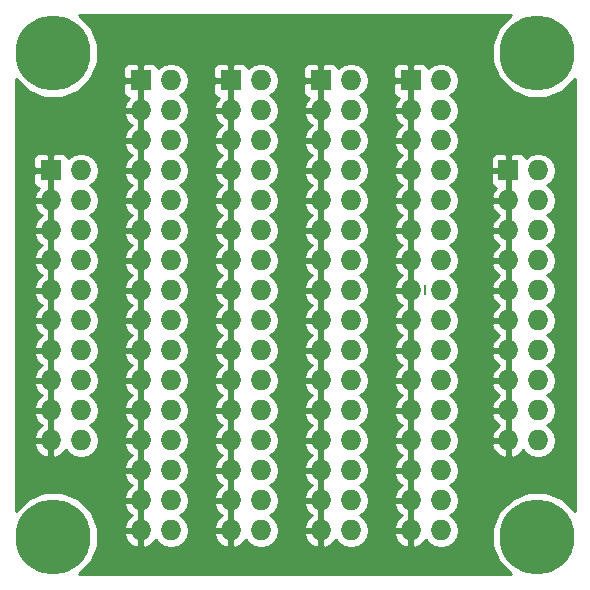
<source format=gbl>
G04 #@! TF.FileFunction,Copper,L2,Bot,Signal*
%FSLAX46Y46*%
G04 Gerber Fmt 4.6, Leading zero omitted, Abs format (unit mm)*
G04 Created by KiCad (PCBNEW (after 2015-mar-04 BZR unknown)-product) date 4/26/2015 5:00:49 PM*
%MOMM*%
G01*
G04 APERTURE LIST*
%ADD10C,0.150000*%
%ADD11C,6.350000*%
%ADD12R,1.727200X1.727200*%
%ADD13O,1.727200X1.727200*%
%ADD14C,0.203200*%
%ADD15C,0.254000*%
G04 APERTURE END LIST*
D10*
D11*
X45000000Y-4000000D03*
X45000000Y-45000000D03*
X4000000Y-4000000D03*
X4000000Y-45000000D03*
D12*
X11430000Y-6350000D03*
D13*
X13970000Y-6350000D03*
X11430000Y-8890000D03*
X13970000Y-8890000D03*
X11430000Y-11430000D03*
X13970000Y-11430000D03*
X11430000Y-13970000D03*
X13970000Y-13970000D03*
X11430000Y-16510000D03*
X13970000Y-16510000D03*
X11430000Y-19050000D03*
X13970000Y-19050000D03*
X11430000Y-21590000D03*
X13970000Y-21590000D03*
X11430000Y-24130000D03*
X13970000Y-24130000D03*
X11430000Y-26670000D03*
X13970000Y-26670000D03*
X11430000Y-29210000D03*
X13970000Y-29210000D03*
X11430000Y-31750000D03*
X13970000Y-31750000D03*
X11430000Y-34290000D03*
X13970000Y-34290000D03*
X11430000Y-36830000D03*
X13970000Y-36830000D03*
X11430000Y-39370000D03*
X13970000Y-39370000D03*
X11430000Y-41910000D03*
X13970000Y-41910000D03*
X11430000Y-44450000D03*
X13970000Y-44450000D03*
D12*
X19050000Y-6350000D03*
D13*
X21590000Y-6350000D03*
X19050000Y-8890000D03*
X21590000Y-8890000D03*
X19050000Y-11430000D03*
X21590000Y-11430000D03*
X19050000Y-13970000D03*
X21590000Y-13970000D03*
X19050000Y-16510000D03*
X21590000Y-16510000D03*
X19050000Y-19050000D03*
X21590000Y-19050000D03*
X19050000Y-21590000D03*
X21590000Y-21590000D03*
X19050000Y-24130000D03*
X21590000Y-24130000D03*
X19050000Y-26670000D03*
X21590000Y-26670000D03*
X19050000Y-29210000D03*
X21590000Y-29210000D03*
X19050000Y-31750000D03*
X21590000Y-31750000D03*
X19050000Y-34290000D03*
X21590000Y-34290000D03*
X19050000Y-36830000D03*
X21590000Y-36830000D03*
X19050000Y-39370000D03*
X21590000Y-39370000D03*
X19050000Y-41910000D03*
X21590000Y-41910000D03*
X19050000Y-44450000D03*
X21590000Y-44450000D03*
D12*
X26670000Y-6350000D03*
D13*
X29210000Y-6350000D03*
X26670000Y-8890000D03*
X29210000Y-8890000D03*
X26670000Y-11430000D03*
X29210000Y-11430000D03*
X26670000Y-13970000D03*
X29210000Y-13970000D03*
X26670000Y-16510000D03*
X29210000Y-16510000D03*
X26670000Y-19050000D03*
X29210000Y-19050000D03*
X26670000Y-21590000D03*
X29210000Y-21590000D03*
X26670000Y-24130000D03*
X29210000Y-24130000D03*
X26670000Y-26670000D03*
X29210000Y-26670000D03*
X26670000Y-29210000D03*
X29210000Y-29210000D03*
X26670000Y-31750000D03*
X29210000Y-31750000D03*
X26670000Y-34290000D03*
X29210000Y-34290000D03*
X26670000Y-36830000D03*
X29210000Y-36830000D03*
X26670000Y-39370000D03*
X29210000Y-39370000D03*
X26670000Y-41910000D03*
X29210000Y-41910000D03*
X26670000Y-44450000D03*
X29210000Y-44450000D03*
D12*
X34290000Y-6350000D03*
D13*
X36830000Y-6350000D03*
X34290000Y-8890000D03*
X36830000Y-8890000D03*
X34290000Y-11430000D03*
X36830000Y-11430000D03*
X34290000Y-13970000D03*
X36830000Y-13970000D03*
X34290000Y-16510000D03*
X36830000Y-16510000D03*
X34290000Y-19050000D03*
X36830000Y-19050000D03*
X34290000Y-21590000D03*
X36830000Y-21590000D03*
X34290000Y-24130000D03*
X36830000Y-24130000D03*
X34290000Y-26670000D03*
X36830000Y-26670000D03*
X34290000Y-29210000D03*
X36830000Y-29210000D03*
X34290000Y-31750000D03*
X36830000Y-31750000D03*
X34290000Y-34290000D03*
X36830000Y-34290000D03*
X34290000Y-36830000D03*
X36830000Y-36830000D03*
X34290000Y-39370000D03*
X36830000Y-39370000D03*
X34290000Y-41910000D03*
X36830000Y-41910000D03*
X34290000Y-44450000D03*
X36830000Y-44450000D03*
D12*
X3810000Y-13970000D03*
D13*
X6350000Y-13970000D03*
X3810000Y-16510000D03*
X6350000Y-16510000D03*
X3810000Y-19050000D03*
X6350000Y-19050000D03*
X3810000Y-21590000D03*
X6350000Y-21590000D03*
X3810000Y-24130000D03*
X6350000Y-24130000D03*
X3810000Y-26670000D03*
X6350000Y-26670000D03*
X3810000Y-29210000D03*
X6350000Y-29210000D03*
X3810000Y-31750000D03*
X6350000Y-31750000D03*
X3810000Y-34290000D03*
X6350000Y-34290000D03*
X3810000Y-36830000D03*
X6350000Y-36830000D03*
D12*
X42545000Y-13970000D03*
D13*
X45085000Y-13970000D03*
X42545000Y-16510000D03*
X45085000Y-16510000D03*
X42545000Y-19050000D03*
X45085000Y-19050000D03*
X42545000Y-21590000D03*
X45085000Y-21590000D03*
X42545000Y-24130000D03*
X45085000Y-24130000D03*
X42545000Y-26670000D03*
X45085000Y-26670000D03*
X42545000Y-29210000D03*
X45085000Y-29210000D03*
X42545000Y-31750000D03*
X45085000Y-31750000D03*
X42545000Y-34290000D03*
X45085000Y-34290000D03*
X42545000Y-36830000D03*
X45085000Y-36830000D03*
D14*
X35514000Y-24422000D02*
X35514000Y-23660000D01*
D15*
G36*
X48174500Y-42787183D02*
X47161009Y-41771923D01*
X46612959Y-41544352D01*
X46612959Y-36830000D01*
X46498885Y-36256511D01*
X46174029Y-35770330D01*
X45859248Y-35560000D01*
X46174029Y-35349670D01*
X46498885Y-34863489D01*
X46612959Y-34290000D01*
X46498885Y-33716511D01*
X46174029Y-33230330D01*
X45859248Y-33020000D01*
X46174029Y-32809670D01*
X46498885Y-32323489D01*
X46612959Y-31750000D01*
X46498885Y-31176511D01*
X46174029Y-30690330D01*
X45859248Y-30480000D01*
X46174029Y-30269670D01*
X46498885Y-29783489D01*
X46612959Y-29210000D01*
X46498885Y-28636511D01*
X46174029Y-28150330D01*
X45859248Y-27940000D01*
X46174029Y-27729670D01*
X46498885Y-27243489D01*
X46612959Y-26670000D01*
X46498885Y-26096511D01*
X46174029Y-25610330D01*
X45859248Y-25400000D01*
X46174029Y-25189670D01*
X46498885Y-24703489D01*
X46612959Y-24130000D01*
X46498885Y-23556511D01*
X46174029Y-23070330D01*
X45859248Y-22860000D01*
X46174029Y-22649670D01*
X46498885Y-22163489D01*
X46612959Y-21590000D01*
X46498885Y-21016511D01*
X46174029Y-20530330D01*
X45859248Y-20320000D01*
X46174029Y-20109670D01*
X46498885Y-19623489D01*
X46612959Y-19050000D01*
X46498885Y-18476511D01*
X46174029Y-17990330D01*
X45859248Y-17780000D01*
X46174029Y-17569670D01*
X46498885Y-17083489D01*
X46612959Y-16510000D01*
X46498885Y-15936511D01*
X46174029Y-15450330D01*
X45859248Y-15240000D01*
X46174029Y-15029670D01*
X46498885Y-14543489D01*
X46612959Y-13970000D01*
X46498885Y-13396511D01*
X46174029Y-12910330D01*
X45687848Y-12585474D01*
X45114359Y-12471400D01*
X45055641Y-12471400D01*
X44482152Y-12585474D01*
X44010643Y-12900526D01*
X43946927Y-12746701D01*
X43768298Y-12568073D01*
X43534909Y-12471400D01*
X42830750Y-12471400D01*
X42672000Y-12630150D01*
X42672000Y-13843000D01*
X42692000Y-13843000D01*
X42692000Y-14097000D01*
X42672000Y-14097000D01*
X42672000Y-15175531D01*
X42672000Y-15309850D01*
X42672000Y-16383000D01*
X42692000Y-16383000D01*
X42692000Y-16637000D01*
X42672000Y-16637000D01*
X42672000Y-17715531D01*
X42672000Y-17844469D01*
X42672000Y-18923000D01*
X42692000Y-18923000D01*
X42692000Y-19177000D01*
X42672000Y-19177000D01*
X42672000Y-20255531D01*
X42672000Y-20384469D01*
X42672000Y-21463000D01*
X42692000Y-21463000D01*
X42692000Y-21717000D01*
X42672000Y-21717000D01*
X42672000Y-22795531D01*
X42672000Y-22924469D01*
X42672000Y-24003000D01*
X42692000Y-24003000D01*
X42692000Y-24257000D01*
X42672000Y-24257000D01*
X42672000Y-25335531D01*
X42672000Y-25464469D01*
X42672000Y-26543000D01*
X42692000Y-26543000D01*
X42692000Y-26797000D01*
X42672000Y-26797000D01*
X42672000Y-27875531D01*
X42672000Y-28004469D01*
X42672000Y-29083000D01*
X42692000Y-29083000D01*
X42692000Y-29337000D01*
X42672000Y-29337000D01*
X42672000Y-30415531D01*
X42672000Y-30544469D01*
X42672000Y-31623000D01*
X42692000Y-31623000D01*
X42692000Y-31877000D01*
X42672000Y-31877000D01*
X42672000Y-32955531D01*
X42672000Y-33084469D01*
X42672000Y-34163000D01*
X42692000Y-34163000D01*
X42692000Y-34417000D01*
X42672000Y-34417000D01*
X42672000Y-35495531D01*
X42672000Y-35624469D01*
X42672000Y-36703000D01*
X42692000Y-36703000D01*
X42692000Y-36957000D01*
X42672000Y-36957000D01*
X42672000Y-38164469D01*
X42904027Y-38284968D01*
X43433490Y-38036821D01*
X43815007Y-37618839D01*
X43995971Y-37889670D01*
X44482152Y-38214526D01*
X45055641Y-38328600D01*
X45114359Y-38328600D01*
X45687848Y-38214526D01*
X46174029Y-37889670D01*
X46498885Y-37403489D01*
X46612959Y-36830000D01*
X46612959Y-41544352D01*
X45761181Y-41190663D01*
X44245469Y-41189340D01*
X42844628Y-41768156D01*
X42418000Y-42194040D01*
X42418000Y-38164469D01*
X42418000Y-36957000D01*
X42418000Y-36703000D01*
X42418000Y-35624469D01*
X42418000Y-35495531D01*
X42418000Y-34417000D01*
X42418000Y-34163000D01*
X42418000Y-33084469D01*
X42418000Y-32955531D01*
X42418000Y-31877000D01*
X42418000Y-31623000D01*
X42418000Y-30544469D01*
X42418000Y-30415531D01*
X42418000Y-29337000D01*
X42418000Y-29083000D01*
X42418000Y-28004469D01*
X42418000Y-27875531D01*
X42418000Y-26797000D01*
X42418000Y-26543000D01*
X42418000Y-25464469D01*
X42418000Y-25335531D01*
X42418000Y-24257000D01*
X42418000Y-24003000D01*
X42418000Y-22924469D01*
X42418000Y-22795531D01*
X42418000Y-21717000D01*
X42418000Y-21463000D01*
X42418000Y-20384469D01*
X42418000Y-20255531D01*
X42418000Y-19177000D01*
X42418000Y-18923000D01*
X42418000Y-17844469D01*
X42418000Y-17715531D01*
X42418000Y-16637000D01*
X42418000Y-16383000D01*
X42418000Y-15309850D01*
X42418000Y-15175531D01*
X42418000Y-14097000D01*
X42418000Y-13843000D01*
X42418000Y-12630150D01*
X42259250Y-12471400D01*
X41555091Y-12471400D01*
X41321702Y-12568073D01*
X41143073Y-12746701D01*
X41046400Y-12980090D01*
X41046400Y-13232709D01*
X41046400Y-13684250D01*
X41205150Y-13843000D01*
X42418000Y-13843000D01*
X42418000Y-14097000D01*
X41205150Y-14097000D01*
X41046400Y-14255750D01*
X41046400Y-14707291D01*
X41046400Y-14959910D01*
X41143073Y-15193299D01*
X41321702Y-15371927D01*
X41519119Y-15453700D01*
X41262312Y-15735053D01*
X41090042Y-16150974D01*
X41211183Y-16383000D01*
X42418000Y-16383000D01*
X42418000Y-16637000D01*
X41211183Y-16637000D01*
X41090042Y-16869026D01*
X41262312Y-17284947D01*
X41656510Y-17716821D01*
X41791312Y-17780000D01*
X41656510Y-17843179D01*
X41262312Y-18275053D01*
X41090042Y-18690974D01*
X41211183Y-18923000D01*
X42418000Y-18923000D01*
X42418000Y-19177000D01*
X41211183Y-19177000D01*
X41090042Y-19409026D01*
X41262312Y-19824947D01*
X41656510Y-20256821D01*
X41791312Y-20320000D01*
X41656510Y-20383179D01*
X41262312Y-20815053D01*
X41090042Y-21230974D01*
X41211183Y-21463000D01*
X42418000Y-21463000D01*
X42418000Y-21717000D01*
X41211183Y-21717000D01*
X41090042Y-21949026D01*
X41262312Y-22364947D01*
X41656510Y-22796821D01*
X41791312Y-22860000D01*
X41656510Y-22923179D01*
X41262312Y-23355053D01*
X41090042Y-23770974D01*
X41211183Y-24003000D01*
X42418000Y-24003000D01*
X42418000Y-24257000D01*
X41211183Y-24257000D01*
X41090042Y-24489026D01*
X41262312Y-24904947D01*
X41656510Y-25336821D01*
X41791312Y-25400000D01*
X41656510Y-25463179D01*
X41262312Y-25895053D01*
X41090042Y-26310974D01*
X41211183Y-26543000D01*
X42418000Y-26543000D01*
X42418000Y-26797000D01*
X41211183Y-26797000D01*
X41090042Y-27029026D01*
X41262312Y-27444947D01*
X41656510Y-27876821D01*
X41791312Y-27940000D01*
X41656510Y-28003179D01*
X41262312Y-28435053D01*
X41090042Y-28850974D01*
X41211183Y-29083000D01*
X42418000Y-29083000D01*
X42418000Y-29337000D01*
X41211183Y-29337000D01*
X41090042Y-29569026D01*
X41262312Y-29984947D01*
X41656510Y-30416821D01*
X41791312Y-30480000D01*
X41656510Y-30543179D01*
X41262312Y-30975053D01*
X41090042Y-31390974D01*
X41211183Y-31623000D01*
X42418000Y-31623000D01*
X42418000Y-31877000D01*
X41211183Y-31877000D01*
X41090042Y-32109026D01*
X41262312Y-32524947D01*
X41656510Y-32956821D01*
X41791312Y-33020000D01*
X41656510Y-33083179D01*
X41262312Y-33515053D01*
X41090042Y-33930974D01*
X41211183Y-34163000D01*
X42418000Y-34163000D01*
X42418000Y-34417000D01*
X41211183Y-34417000D01*
X41090042Y-34649026D01*
X41262312Y-35064947D01*
X41656510Y-35496821D01*
X41791312Y-35560000D01*
X41656510Y-35623179D01*
X41262312Y-36055053D01*
X41090042Y-36470974D01*
X41211183Y-36703000D01*
X42418000Y-36703000D01*
X42418000Y-36957000D01*
X41211183Y-36957000D01*
X41090042Y-37189026D01*
X41262312Y-37604947D01*
X41656510Y-38036821D01*
X42185973Y-38284968D01*
X42418000Y-38164469D01*
X42418000Y-42194040D01*
X41771923Y-42838991D01*
X41190663Y-44238819D01*
X41189340Y-45754531D01*
X41768156Y-47155372D01*
X42785507Y-48174500D01*
X38357959Y-48174500D01*
X38357959Y-44450000D01*
X38243885Y-43876511D01*
X37919029Y-43390330D01*
X37604248Y-43180000D01*
X37919029Y-42969670D01*
X38243885Y-42483489D01*
X38357959Y-41910000D01*
X38243885Y-41336511D01*
X37919029Y-40850330D01*
X37604248Y-40640000D01*
X37919029Y-40429670D01*
X38243885Y-39943489D01*
X38357959Y-39370000D01*
X38243885Y-38796511D01*
X37919029Y-38310330D01*
X37604248Y-38100000D01*
X37919029Y-37889670D01*
X38243885Y-37403489D01*
X38357959Y-36830000D01*
X38243885Y-36256511D01*
X37919029Y-35770330D01*
X37604248Y-35560000D01*
X37919029Y-35349670D01*
X38243885Y-34863489D01*
X38357959Y-34290000D01*
X38243885Y-33716511D01*
X37919029Y-33230330D01*
X37604248Y-33020000D01*
X37919029Y-32809670D01*
X38243885Y-32323489D01*
X38357959Y-31750000D01*
X38243885Y-31176511D01*
X37919029Y-30690330D01*
X37604248Y-30480000D01*
X37919029Y-30269670D01*
X38243885Y-29783489D01*
X38357959Y-29210000D01*
X38243885Y-28636511D01*
X37919029Y-28150330D01*
X37604248Y-27940000D01*
X37919029Y-27729670D01*
X38243885Y-27243489D01*
X38357959Y-26670000D01*
X38243885Y-26096511D01*
X37919029Y-25610330D01*
X37604248Y-25400000D01*
X37919029Y-25189670D01*
X38243885Y-24703489D01*
X38357959Y-24130000D01*
X38243885Y-23556511D01*
X37919029Y-23070330D01*
X37604248Y-22860000D01*
X37919029Y-22649670D01*
X38243885Y-22163489D01*
X38357959Y-21590000D01*
X38243885Y-21016511D01*
X37919029Y-20530330D01*
X37604248Y-20320000D01*
X37919029Y-20109670D01*
X38243885Y-19623489D01*
X38357959Y-19050000D01*
X38243885Y-18476511D01*
X37919029Y-17990330D01*
X37604248Y-17780000D01*
X37919029Y-17569670D01*
X38243885Y-17083489D01*
X38357959Y-16510000D01*
X38243885Y-15936511D01*
X37919029Y-15450330D01*
X37604248Y-15240000D01*
X37919029Y-15029670D01*
X38243885Y-14543489D01*
X38357959Y-13970000D01*
X38243885Y-13396511D01*
X37919029Y-12910330D01*
X37604248Y-12700000D01*
X37919029Y-12489670D01*
X38243885Y-12003489D01*
X38357959Y-11430000D01*
X38243885Y-10856511D01*
X37919029Y-10370330D01*
X37604248Y-10160000D01*
X37919029Y-9949670D01*
X38243885Y-9463489D01*
X38357959Y-8890000D01*
X38243885Y-8316511D01*
X37919029Y-7830330D01*
X37604248Y-7620000D01*
X37919029Y-7409670D01*
X38243885Y-6923489D01*
X38357959Y-6350000D01*
X38243885Y-5776511D01*
X37919029Y-5290330D01*
X37432848Y-4965474D01*
X36859359Y-4851400D01*
X36800641Y-4851400D01*
X36227152Y-4965474D01*
X35755643Y-5280526D01*
X35691927Y-5126701D01*
X35513298Y-4948073D01*
X35279909Y-4851400D01*
X34575750Y-4851400D01*
X34417000Y-5010150D01*
X34417000Y-6223000D01*
X34437000Y-6223000D01*
X34437000Y-6477000D01*
X34417000Y-6477000D01*
X34417000Y-7555531D01*
X34417000Y-7689850D01*
X34417000Y-8763000D01*
X34437000Y-8763000D01*
X34437000Y-9017000D01*
X34417000Y-9017000D01*
X34417000Y-10095531D01*
X34417000Y-10224469D01*
X34417000Y-11303000D01*
X34437000Y-11303000D01*
X34437000Y-11557000D01*
X34417000Y-11557000D01*
X34417000Y-12635531D01*
X34417000Y-12764469D01*
X34417000Y-13843000D01*
X34437000Y-13843000D01*
X34437000Y-14097000D01*
X34417000Y-14097000D01*
X34417000Y-15175531D01*
X34417000Y-15304469D01*
X34417000Y-16383000D01*
X34437000Y-16383000D01*
X34437000Y-16637000D01*
X34417000Y-16637000D01*
X34417000Y-17715531D01*
X34417000Y-17844469D01*
X34417000Y-18923000D01*
X34437000Y-18923000D01*
X34437000Y-19177000D01*
X34417000Y-19177000D01*
X34417000Y-20255531D01*
X34417000Y-20384469D01*
X34417000Y-21463000D01*
X34437000Y-21463000D01*
X34437000Y-21717000D01*
X34417000Y-21717000D01*
X34417000Y-22795531D01*
X34417000Y-22924469D01*
X34417000Y-24003000D01*
X34437000Y-24003000D01*
X34437000Y-24257000D01*
X34417000Y-24257000D01*
X34417000Y-25335531D01*
X34417000Y-25464469D01*
X34417000Y-26543000D01*
X34437000Y-26543000D01*
X34437000Y-26797000D01*
X34417000Y-26797000D01*
X34417000Y-27875531D01*
X34417000Y-28004469D01*
X34417000Y-29083000D01*
X34437000Y-29083000D01*
X34437000Y-29337000D01*
X34417000Y-29337000D01*
X34417000Y-30415531D01*
X34417000Y-30544469D01*
X34417000Y-31623000D01*
X34437000Y-31623000D01*
X34437000Y-31877000D01*
X34417000Y-31877000D01*
X34417000Y-32955531D01*
X34417000Y-33084469D01*
X34417000Y-34163000D01*
X34437000Y-34163000D01*
X34437000Y-34417000D01*
X34417000Y-34417000D01*
X34417000Y-35495531D01*
X34417000Y-35624469D01*
X34417000Y-36703000D01*
X34437000Y-36703000D01*
X34437000Y-36957000D01*
X34417000Y-36957000D01*
X34417000Y-38035531D01*
X34417000Y-38164469D01*
X34417000Y-39243000D01*
X34437000Y-39243000D01*
X34437000Y-39497000D01*
X34417000Y-39497000D01*
X34417000Y-40575531D01*
X34417000Y-40704469D01*
X34417000Y-41783000D01*
X34437000Y-41783000D01*
X34437000Y-42037000D01*
X34417000Y-42037000D01*
X34417000Y-43115531D01*
X34417000Y-43244469D01*
X34417000Y-44323000D01*
X34437000Y-44323000D01*
X34437000Y-44577000D01*
X34417000Y-44577000D01*
X34417000Y-45784469D01*
X34649027Y-45904968D01*
X35178490Y-45656821D01*
X35560007Y-45238839D01*
X35740971Y-45509670D01*
X36227152Y-45834526D01*
X36800641Y-45948600D01*
X36859359Y-45948600D01*
X37432848Y-45834526D01*
X37919029Y-45509670D01*
X38243885Y-45023489D01*
X38357959Y-44450000D01*
X38357959Y-48174500D01*
X34163000Y-48174500D01*
X34163000Y-45784469D01*
X34163000Y-44577000D01*
X34163000Y-44323000D01*
X34163000Y-43244469D01*
X34163000Y-43115531D01*
X34163000Y-42037000D01*
X34163000Y-41783000D01*
X34163000Y-40704469D01*
X34163000Y-40575531D01*
X34163000Y-39497000D01*
X34163000Y-39243000D01*
X34163000Y-38164469D01*
X34163000Y-38035531D01*
X34163000Y-36957000D01*
X34163000Y-36703000D01*
X34163000Y-35624469D01*
X34163000Y-35495531D01*
X34163000Y-34417000D01*
X34163000Y-34163000D01*
X34163000Y-33084469D01*
X34163000Y-32955531D01*
X34163000Y-31877000D01*
X34163000Y-31623000D01*
X34163000Y-30544469D01*
X34163000Y-30415531D01*
X34163000Y-29337000D01*
X34163000Y-29083000D01*
X34163000Y-28004469D01*
X34163000Y-27875531D01*
X34163000Y-26797000D01*
X34163000Y-26543000D01*
X34163000Y-25464469D01*
X34163000Y-25335531D01*
X34163000Y-24257000D01*
X34163000Y-24003000D01*
X34163000Y-22924469D01*
X34163000Y-22795531D01*
X34163000Y-21717000D01*
X34163000Y-21463000D01*
X34163000Y-20384469D01*
X34163000Y-20255531D01*
X34163000Y-19177000D01*
X34163000Y-18923000D01*
X34163000Y-17844469D01*
X34163000Y-17715531D01*
X34163000Y-16637000D01*
X34163000Y-16383000D01*
X34163000Y-15304469D01*
X34163000Y-15175531D01*
X34163000Y-14097000D01*
X34163000Y-13843000D01*
X34163000Y-12764469D01*
X34163000Y-12635531D01*
X34163000Y-11557000D01*
X34163000Y-11303000D01*
X34163000Y-10224469D01*
X34163000Y-10095531D01*
X34163000Y-9017000D01*
X34163000Y-8763000D01*
X34163000Y-7689850D01*
X34163000Y-7555531D01*
X34163000Y-6477000D01*
X34163000Y-6223000D01*
X34163000Y-5010150D01*
X34004250Y-4851400D01*
X33300091Y-4851400D01*
X33066702Y-4948073D01*
X32888073Y-5126701D01*
X32791400Y-5360090D01*
X32791400Y-5612709D01*
X32791400Y-6064250D01*
X32950150Y-6223000D01*
X34163000Y-6223000D01*
X34163000Y-6477000D01*
X32950150Y-6477000D01*
X32791400Y-6635750D01*
X32791400Y-7087291D01*
X32791400Y-7339910D01*
X32888073Y-7573299D01*
X33066702Y-7751927D01*
X33264119Y-7833700D01*
X33007312Y-8115053D01*
X32835042Y-8530974D01*
X32956183Y-8763000D01*
X34163000Y-8763000D01*
X34163000Y-9017000D01*
X32956183Y-9017000D01*
X32835042Y-9249026D01*
X33007312Y-9664947D01*
X33401510Y-10096821D01*
X33536312Y-10160000D01*
X33401510Y-10223179D01*
X33007312Y-10655053D01*
X32835042Y-11070974D01*
X32956183Y-11303000D01*
X34163000Y-11303000D01*
X34163000Y-11557000D01*
X32956183Y-11557000D01*
X32835042Y-11789026D01*
X33007312Y-12204947D01*
X33401510Y-12636821D01*
X33536312Y-12700000D01*
X33401510Y-12763179D01*
X33007312Y-13195053D01*
X32835042Y-13610974D01*
X32956183Y-13843000D01*
X34163000Y-13843000D01*
X34163000Y-14097000D01*
X32956183Y-14097000D01*
X32835042Y-14329026D01*
X33007312Y-14744947D01*
X33401510Y-15176821D01*
X33536312Y-15240000D01*
X33401510Y-15303179D01*
X33007312Y-15735053D01*
X32835042Y-16150974D01*
X32956183Y-16383000D01*
X34163000Y-16383000D01*
X34163000Y-16637000D01*
X32956183Y-16637000D01*
X32835042Y-16869026D01*
X33007312Y-17284947D01*
X33401510Y-17716821D01*
X33536312Y-17780000D01*
X33401510Y-17843179D01*
X33007312Y-18275053D01*
X32835042Y-18690974D01*
X32956183Y-18923000D01*
X34163000Y-18923000D01*
X34163000Y-19177000D01*
X32956183Y-19177000D01*
X32835042Y-19409026D01*
X33007312Y-19824947D01*
X33401510Y-20256821D01*
X33536312Y-20320000D01*
X33401510Y-20383179D01*
X33007312Y-20815053D01*
X32835042Y-21230974D01*
X32956183Y-21463000D01*
X34163000Y-21463000D01*
X34163000Y-21717000D01*
X32956183Y-21717000D01*
X32835042Y-21949026D01*
X33007312Y-22364947D01*
X33401510Y-22796821D01*
X33536312Y-22860000D01*
X33401510Y-22923179D01*
X33007312Y-23355053D01*
X32835042Y-23770974D01*
X32956183Y-24003000D01*
X34163000Y-24003000D01*
X34163000Y-24257000D01*
X32956183Y-24257000D01*
X32835042Y-24489026D01*
X33007312Y-24904947D01*
X33401510Y-25336821D01*
X33536312Y-25400000D01*
X33401510Y-25463179D01*
X33007312Y-25895053D01*
X32835042Y-26310974D01*
X32956183Y-26543000D01*
X34163000Y-26543000D01*
X34163000Y-26797000D01*
X32956183Y-26797000D01*
X32835042Y-27029026D01*
X33007312Y-27444947D01*
X33401510Y-27876821D01*
X33536312Y-27940000D01*
X33401510Y-28003179D01*
X33007312Y-28435053D01*
X32835042Y-28850974D01*
X32956183Y-29083000D01*
X34163000Y-29083000D01*
X34163000Y-29337000D01*
X32956183Y-29337000D01*
X32835042Y-29569026D01*
X33007312Y-29984947D01*
X33401510Y-30416821D01*
X33536312Y-30480000D01*
X33401510Y-30543179D01*
X33007312Y-30975053D01*
X32835042Y-31390974D01*
X32956183Y-31623000D01*
X34163000Y-31623000D01*
X34163000Y-31877000D01*
X32956183Y-31877000D01*
X32835042Y-32109026D01*
X33007312Y-32524947D01*
X33401510Y-32956821D01*
X33536312Y-33020000D01*
X33401510Y-33083179D01*
X33007312Y-33515053D01*
X32835042Y-33930974D01*
X32956183Y-34163000D01*
X34163000Y-34163000D01*
X34163000Y-34417000D01*
X32956183Y-34417000D01*
X32835042Y-34649026D01*
X33007312Y-35064947D01*
X33401510Y-35496821D01*
X33536312Y-35560000D01*
X33401510Y-35623179D01*
X33007312Y-36055053D01*
X32835042Y-36470974D01*
X32956183Y-36703000D01*
X34163000Y-36703000D01*
X34163000Y-36957000D01*
X32956183Y-36957000D01*
X32835042Y-37189026D01*
X33007312Y-37604947D01*
X33401510Y-38036821D01*
X33536312Y-38100000D01*
X33401510Y-38163179D01*
X33007312Y-38595053D01*
X32835042Y-39010974D01*
X32956183Y-39243000D01*
X34163000Y-39243000D01*
X34163000Y-39497000D01*
X32956183Y-39497000D01*
X32835042Y-39729026D01*
X33007312Y-40144947D01*
X33401510Y-40576821D01*
X33536312Y-40640000D01*
X33401510Y-40703179D01*
X33007312Y-41135053D01*
X32835042Y-41550974D01*
X32956183Y-41783000D01*
X34163000Y-41783000D01*
X34163000Y-42037000D01*
X32956183Y-42037000D01*
X32835042Y-42269026D01*
X33007312Y-42684947D01*
X33401510Y-43116821D01*
X33536312Y-43180000D01*
X33401510Y-43243179D01*
X33007312Y-43675053D01*
X32835042Y-44090974D01*
X32956183Y-44323000D01*
X34163000Y-44323000D01*
X34163000Y-44577000D01*
X32956183Y-44577000D01*
X32835042Y-44809026D01*
X33007312Y-45224947D01*
X33401510Y-45656821D01*
X33930973Y-45904968D01*
X34163000Y-45784469D01*
X34163000Y-48174500D01*
X30737959Y-48174500D01*
X30737959Y-44450000D01*
X30623885Y-43876511D01*
X30299029Y-43390330D01*
X29984248Y-43180000D01*
X30299029Y-42969670D01*
X30623885Y-42483489D01*
X30737959Y-41910000D01*
X30623885Y-41336511D01*
X30299029Y-40850330D01*
X29984248Y-40640000D01*
X30299029Y-40429670D01*
X30623885Y-39943489D01*
X30737959Y-39370000D01*
X30623885Y-38796511D01*
X30299029Y-38310330D01*
X29984248Y-38100000D01*
X30299029Y-37889670D01*
X30623885Y-37403489D01*
X30737959Y-36830000D01*
X30623885Y-36256511D01*
X30299029Y-35770330D01*
X29984248Y-35560000D01*
X30299029Y-35349670D01*
X30623885Y-34863489D01*
X30737959Y-34290000D01*
X30623885Y-33716511D01*
X30299029Y-33230330D01*
X29984248Y-33020000D01*
X30299029Y-32809670D01*
X30623885Y-32323489D01*
X30737959Y-31750000D01*
X30623885Y-31176511D01*
X30299029Y-30690330D01*
X29984248Y-30480000D01*
X30299029Y-30269670D01*
X30623885Y-29783489D01*
X30737959Y-29210000D01*
X30623885Y-28636511D01*
X30299029Y-28150330D01*
X29984248Y-27940000D01*
X30299029Y-27729670D01*
X30623885Y-27243489D01*
X30737959Y-26670000D01*
X30623885Y-26096511D01*
X30299029Y-25610330D01*
X29984248Y-25400000D01*
X30299029Y-25189670D01*
X30623885Y-24703489D01*
X30737959Y-24130000D01*
X30623885Y-23556511D01*
X30299029Y-23070330D01*
X29984248Y-22860000D01*
X30299029Y-22649670D01*
X30623885Y-22163489D01*
X30737959Y-21590000D01*
X30623885Y-21016511D01*
X30299029Y-20530330D01*
X29984248Y-20320000D01*
X30299029Y-20109670D01*
X30623885Y-19623489D01*
X30737959Y-19050000D01*
X30623885Y-18476511D01*
X30299029Y-17990330D01*
X29984248Y-17780000D01*
X30299029Y-17569670D01*
X30623885Y-17083489D01*
X30737959Y-16510000D01*
X30623885Y-15936511D01*
X30299029Y-15450330D01*
X29984248Y-15240000D01*
X30299029Y-15029670D01*
X30623885Y-14543489D01*
X30737959Y-13970000D01*
X30623885Y-13396511D01*
X30299029Y-12910330D01*
X29984248Y-12700000D01*
X30299029Y-12489670D01*
X30623885Y-12003489D01*
X30737959Y-11430000D01*
X30623885Y-10856511D01*
X30299029Y-10370330D01*
X29984248Y-10160000D01*
X30299029Y-9949670D01*
X30623885Y-9463489D01*
X30737959Y-8890000D01*
X30623885Y-8316511D01*
X30299029Y-7830330D01*
X29984248Y-7620000D01*
X30299029Y-7409670D01*
X30623885Y-6923489D01*
X30737959Y-6350000D01*
X30623885Y-5776511D01*
X30299029Y-5290330D01*
X29812848Y-4965474D01*
X29239359Y-4851400D01*
X29180641Y-4851400D01*
X28607152Y-4965474D01*
X28135643Y-5280526D01*
X28071927Y-5126701D01*
X27893298Y-4948073D01*
X27659909Y-4851400D01*
X26955750Y-4851400D01*
X26797000Y-5010150D01*
X26797000Y-6223000D01*
X26817000Y-6223000D01*
X26817000Y-6477000D01*
X26797000Y-6477000D01*
X26797000Y-7555531D01*
X26797000Y-7689850D01*
X26797000Y-8763000D01*
X26817000Y-8763000D01*
X26817000Y-9017000D01*
X26797000Y-9017000D01*
X26797000Y-10095531D01*
X26797000Y-10224469D01*
X26797000Y-11303000D01*
X26817000Y-11303000D01*
X26817000Y-11557000D01*
X26797000Y-11557000D01*
X26797000Y-12635531D01*
X26797000Y-12764469D01*
X26797000Y-13843000D01*
X26817000Y-13843000D01*
X26817000Y-14097000D01*
X26797000Y-14097000D01*
X26797000Y-15175531D01*
X26797000Y-15304469D01*
X26797000Y-16383000D01*
X26817000Y-16383000D01*
X26817000Y-16637000D01*
X26797000Y-16637000D01*
X26797000Y-17715531D01*
X26797000Y-17844469D01*
X26797000Y-18923000D01*
X26817000Y-18923000D01*
X26817000Y-19177000D01*
X26797000Y-19177000D01*
X26797000Y-20255531D01*
X26797000Y-20384469D01*
X26797000Y-21463000D01*
X26817000Y-21463000D01*
X26817000Y-21717000D01*
X26797000Y-21717000D01*
X26797000Y-22795531D01*
X26797000Y-22924469D01*
X26797000Y-24003000D01*
X26817000Y-24003000D01*
X26817000Y-24257000D01*
X26797000Y-24257000D01*
X26797000Y-25335531D01*
X26797000Y-25464469D01*
X26797000Y-26543000D01*
X26817000Y-26543000D01*
X26817000Y-26797000D01*
X26797000Y-26797000D01*
X26797000Y-27875531D01*
X26797000Y-28004469D01*
X26797000Y-29083000D01*
X26817000Y-29083000D01*
X26817000Y-29337000D01*
X26797000Y-29337000D01*
X26797000Y-30415531D01*
X26797000Y-30544469D01*
X26797000Y-31623000D01*
X26817000Y-31623000D01*
X26817000Y-31877000D01*
X26797000Y-31877000D01*
X26797000Y-32955531D01*
X26797000Y-33084469D01*
X26797000Y-34163000D01*
X26817000Y-34163000D01*
X26817000Y-34417000D01*
X26797000Y-34417000D01*
X26797000Y-35495531D01*
X26797000Y-35624469D01*
X26797000Y-36703000D01*
X26817000Y-36703000D01*
X26817000Y-36957000D01*
X26797000Y-36957000D01*
X26797000Y-38035531D01*
X26797000Y-38164469D01*
X26797000Y-39243000D01*
X26817000Y-39243000D01*
X26817000Y-39497000D01*
X26797000Y-39497000D01*
X26797000Y-40575531D01*
X26797000Y-40704469D01*
X26797000Y-41783000D01*
X26817000Y-41783000D01*
X26817000Y-42037000D01*
X26797000Y-42037000D01*
X26797000Y-43115531D01*
X26797000Y-43244469D01*
X26797000Y-44323000D01*
X26817000Y-44323000D01*
X26817000Y-44577000D01*
X26797000Y-44577000D01*
X26797000Y-45784469D01*
X27029027Y-45904968D01*
X27558490Y-45656821D01*
X27940007Y-45238839D01*
X28120971Y-45509670D01*
X28607152Y-45834526D01*
X29180641Y-45948600D01*
X29239359Y-45948600D01*
X29812848Y-45834526D01*
X30299029Y-45509670D01*
X30623885Y-45023489D01*
X30737959Y-44450000D01*
X30737959Y-48174500D01*
X26543000Y-48174500D01*
X26543000Y-45784469D01*
X26543000Y-44577000D01*
X26543000Y-44323000D01*
X26543000Y-43244469D01*
X26543000Y-43115531D01*
X26543000Y-42037000D01*
X26543000Y-41783000D01*
X26543000Y-40704469D01*
X26543000Y-40575531D01*
X26543000Y-39497000D01*
X26543000Y-39243000D01*
X26543000Y-38164469D01*
X26543000Y-38035531D01*
X26543000Y-36957000D01*
X26543000Y-36703000D01*
X26543000Y-35624469D01*
X26543000Y-35495531D01*
X26543000Y-34417000D01*
X26543000Y-34163000D01*
X26543000Y-33084469D01*
X26543000Y-32955531D01*
X26543000Y-31877000D01*
X26543000Y-31623000D01*
X26543000Y-30544469D01*
X26543000Y-30415531D01*
X26543000Y-29337000D01*
X26543000Y-29083000D01*
X26543000Y-28004469D01*
X26543000Y-27875531D01*
X26543000Y-26797000D01*
X26543000Y-26543000D01*
X26543000Y-25464469D01*
X26543000Y-25335531D01*
X26543000Y-24257000D01*
X26543000Y-24003000D01*
X26543000Y-22924469D01*
X26543000Y-22795531D01*
X26543000Y-21717000D01*
X26543000Y-21463000D01*
X26543000Y-20384469D01*
X26543000Y-20255531D01*
X26543000Y-19177000D01*
X26543000Y-18923000D01*
X26543000Y-17844469D01*
X26543000Y-17715531D01*
X26543000Y-16637000D01*
X26543000Y-16383000D01*
X26543000Y-15304469D01*
X26543000Y-15175531D01*
X26543000Y-14097000D01*
X26543000Y-13843000D01*
X26543000Y-12764469D01*
X26543000Y-12635531D01*
X26543000Y-11557000D01*
X26543000Y-11303000D01*
X26543000Y-10224469D01*
X26543000Y-10095531D01*
X26543000Y-9017000D01*
X26543000Y-8763000D01*
X26543000Y-7689850D01*
X26543000Y-7555531D01*
X26543000Y-6477000D01*
X26543000Y-6223000D01*
X26543000Y-5010150D01*
X26384250Y-4851400D01*
X25680091Y-4851400D01*
X25446702Y-4948073D01*
X25268073Y-5126701D01*
X25171400Y-5360090D01*
X25171400Y-5612709D01*
X25171400Y-6064250D01*
X25330150Y-6223000D01*
X26543000Y-6223000D01*
X26543000Y-6477000D01*
X25330150Y-6477000D01*
X25171400Y-6635750D01*
X25171400Y-7087291D01*
X25171400Y-7339910D01*
X25268073Y-7573299D01*
X25446702Y-7751927D01*
X25644119Y-7833700D01*
X25387312Y-8115053D01*
X25215042Y-8530974D01*
X25336183Y-8763000D01*
X26543000Y-8763000D01*
X26543000Y-9017000D01*
X25336183Y-9017000D01*
X25215042Y-9249026D01*
X25387312Y-9664947D01*
X25781510Y-10096821D01*
X25916312Y-10160000D01*
X25781510Y-10223179D01*
X25387312Y-10655053D01*
X25215042Y-11070974D01*
X25336183Y-11303000D01*
X26543000Y-11303000D01*
X26543000Y-11557000D01*
X25336183Y-11557000D01*
X25215042Y-11789026D01*
X25387312Y-12204947D01*
X25781510Y-12636821D01*
X25916312Y-12700000D01*
X25781510Y-12763179D01*
X25387312Y-13195053D01*
X25215042Y-13610974D01*
X25336183Y-13843000D01*
X26543000Y-13843000D01*
X26543000Y-14097000D01*
X25336183Y-14097000D01*
X25215042Y-14329026D01*
X25387312Y-14744947D01*
X25781510Y-15176821D01*
X25916312Y-15240000D01*
X25781510Y-15303179D01*
X25387312Y-15735053D01*
X25215042Y-16150974D01*
X25336183Y-16383000D01*
X26543000Y-16383000D01*
X26543000Y-16637000D01*
X25336183Y-16637000D01*
X25215042Y-16869026D01*
X25387312Y-17284947D01*
X25781510Y-17716821D01*
X25916312Y-17780000D01*
X25781510Y-17843179D01*
X25387312Y-18275053D01*
X25215042Y-18690974D01*
X25336183Y-18923000D01*
X26543000Y-18923000D01*
X26543000Y-19177000D01*
X25336183Y-19177000D01*
X25215042Y-19409026D01*
X25387312Y-19824947D01*
X25781510Y-20256821D01*
X25916312Y-20320000D01*
X25781510Y-20383179D01*
X25387312Y-20815053D01*
X25215042Y-21230974D01*
X25336183Y-21463000D01*
X26543000Y-21463000D01*
X26543000Y-21717000D01*
X25336183Y-21717000D01*
X25215042Y-21949026D01*
X25387312Y-22364947D01*
X25781510Y-22796821D01*
X25916312Y-22860000D01*
X25781510Y-22923179D01*
X25387312Y-23355053D01*
X25215042Y-23770974D01*
X25336183Y-24003000D01*
X26543000Y-24003000D01*
X26543000Y-24257000D01*
X25336183Y-24257000D01*
X25215042Y-24489026D01*
X25387312Y-24904947D01*
X25781510Y-25336821D01*
X25916312Y-25400000D01*
X25781510Y-25463179D01*
X25387312Y-25895053D01*
X25215042Y-26310974D01*
X25336183Y-26543000D01*
X26543000Y-26543000D01*
X26543000Y-26797000D01*
X25336183Y-26797000D01*
X25215042Y-27029026D01*
X25387312Y-27444947D01*
X25781510Y-27876821D01*
X25916312Y-27940000D01*
X25781510Y-28003179D01*
X25387312Y-28435053D01*
X25215042Y-28850974D01*
X25336183Y-29083000D01*
X26543000Y-29083000D01*
X26543000Y-29337000D01*
X25336183Y-29337000D01*
X25215042Y-29569026D01*
X25387312Y-29984947D01*
X25781510Y-30416821D01*
X25916312Y-30480000D01*
X25781510Y-30543179D01*
X25387312Y-30975053D01*
X25215042Y-31390974D01*
X25336183Y-31623000D01*
X26543000Y-31623000D01*
X26543000Y-31877000D01*
X25336183Y-31877000D01*
X25215042Y-32109026D01*
X25387312Y-32524947D01*
X25781510Y-32956821D01*
X25916312Y-33020000D01*
X25781510Y-33083179D01*
X25387312Y-33515053D01*
X25215042Y-33930974D01*
X25336183Y-34163000D01*
X26543000Y-34163000D01*
X26543000Y-34417000D01*
X25336183Y-34417000D01*
X25215042Y-34649026D01*
X25387312Y-35064947D01*
X25781510Y-35496821D01*
X25916312Y-35560000D01*
X25781510Y-35623179D01*
X25387312Y-36055053D01*
X25215042Y-36470974D01*
X25336183Y-36703000D01*
X26543000Y-36703000D01*
X26543000Y-36957000D01*
X25336183Y-36957000D01*
X25215042Y-37189026D01*
X25387312Y-37604947D01*
X25781510Y-38036821D01*
X25916312Y-38100000D01*
X25781510Y-38163179D01*
X25387312Y-38595053D01*
X25215042Y-39010974D01*
X25336183Y-39243000D01*
X26543000Y-39243000D01*
X26543000Y-39497000D01*
X25336183Y-39497000D01*
X25215042Y-39729026D01*
X25387312Y-40144947D01*
X25781510Y-40576821D01*
X25916312Y-40640000D01*
X25781510Y-40703179D01*
X25387312Y-41135053D01*
X25215042Y-41550974D01*
X25336183Y-41783000D01*
X26543000Y-41783000D01*
X26543000Y-42037000D01*
X25336183Y-42037000D01*
X25215042Y-42269026D01*
X25387312Y-42684947D01*
X25781510Y-43116821D01*
X25916312Y-43180000D01*
X25781510Y-43243179D01*
X25387312Y-43675053D01*
X25215042Y-44090974D01*
X25336183Y-44323000D01*
X26543000Y-44323000D01*
X26543000Y-44577000D01*
X25336183Y-44577000D01*
X25215042Y-44809026D01*
X25387312Y-45224947D01*
X25781510Y-45656821D01*
X26310973Y-45904968D01*
X26543000Y-45784469D01*
X26543000Y-48174500D01*
X23117959Y-48174500D01*
X23117959Y-44450000D01*
X23003885Y-43876511D01*
X22679029Y-43390330D01*
X22364248Y-43180000D01*
X22679029Y-42969670D01*
X23003885Y-42483489D01*
X23117959Y-41910000D01*
X23003885Y-41336511D01*
X22679029Y-40850330D01*
X22364248Y-40640000D01*
X22679029Y-40429670D01*
X23003885Y-39943489D01*
X23117959Y-39370000D01*
X23003885Y-38796511D01*
X22679029Y-38310330D01*
X22364248Y-38100000D01*
X22679029Y-37889670D01*
X23003885Y-37403489D01*
X23117959Y-36830000D01*
X23003885Y-36256511D01*
X22679029Y-35770330D01*
X22364248Y-35560000D01*
X22679029Y-35349670D01*
X23003885Y-34863489D01*
X23117959Y-34290000D01*
X23003885Y-33716511D01*
X22679029Y-33230330D01*
X22364248Y-33020000D01*
X22679029Y-32809670D01*
X23003885Y-32323489D01*
X23117959Y-31750000D01*
X23003885Y-31176511D01*
X22679029Y-30690330D01*
X22364248Y-30480000D01*
X22679029Y-30269670D01*
X23003885Y-29783489D01*
X23117959Y-29210000D01*
X23003885Y-28636511D01*
X22679029Y-28150330D01*
X22364248Y-27940000D01*
X22679029Y-27729670D01*
X23003885Y-27243489D01*
X23117959Y-26670000D01*
X23003885Y-26096511D01*
X22679029Y-25610330D01*
X22364248Y-25400000D01*
X22679029Y-25189670D01*
X23003885Y-24703489D01*
X23117959Y-24130000D01*
X23003885Y-23556511D01*
X22679029Y-23070330D01*
X22364248Y-22860000D01*
X22679029Y-22649670D01*
X23003885Y-22163489D01*
X23117959Y-21590000D01*
X23003885Y-21016511D01*
X22679029Y-20530330D01*
X22364248Y-20320000D01*
X22679029Y-20109670D01*
X23003885Y-19623489D01*
X23117959Y-19050000D01*
X23003885Y-18476511D01*
X22679029Y-17990330D01*
X22364248Y-17780000D01*
X22679029Y-17569670D01*
X23003885Y-17083489D01*
X23117959Y-16510000D01*
X23003885Y-15936511D01*
X22679029Y-15450330D01*
X22364248Y-15240000D01*
X22679029Y-15029670D01*
X23003885Y-14543489D01*
X23117959Y-13970000D01*
X23003885Y-13396511D01*
X22679029Y-12910330D01*
X22364248Y-12700000D01*
X22679029Y-12489670D01*
X23003885Y-12003489D01*
X23117959Y-11430000D01*
X23003885Y-10856511D01*
X22679029Y-10370330D01*
X22364248Y-10160000D01*
X22679029Y-9949670D01*
X23003885Y-9463489D01*
X23117959Y-8890000D01*
X23003885Y-8316511D01*
X22679029Y-7830330D01*
X22364248Y-7620000D01*
X22679029Y-7409670D01*
X23003885Y-6923489D01*
X23117959Y-6350000D01*
X23003885Y-5776511D01*
X22679029Y-5290330D01*
X22192848Y-4965474D01*
X21619359Y-4851400D01*
X21560641Y-4851400D01*
X20987152Y-4965474D01*
X20515643Y-5280526D01*
X20451927Y-5126701D01*
X20273298Y-4948073D01*
X20039909Y-4851400D01*
X19335750Y-4851400D01*
X19177000Y-5010150D01*
X19177000Y-6223000D01*
X19197000Y-6223000D01*
X19197000Y-6477000D01*
X19177000Y-6477000D01*
X19177000Y-7555531D01*
X19177000Y-7689850D01*
X19177000Y-8763000D01*
X19197000Y-8763000D01*
X19197000Y-9017000D01*
X19177000Y-9017000D01*
X19177000Y-10095531D01*
X19177000Y-10224469D01*
X19177000Y-11303000D01*
X19197000Y-11303000D01*
X19197000Y-11557000D01*
X19177000Y-11557000D01*
X19177000Y-12635531D01*
X19177000Y-12764469D01*
X19177000Y-13843000D01*
X19197000Y-13843000D01*
X19197000Y-14097000D01*
X19177000Y-14097000D01*
X19177000Y-15175531D01*
X19177000Y-15304469D01*
X19177000Y-16383000D01*
X19197000Y-16383000D01*
X19197000Y-16637000D01*
X19177000Y-16637000D01*
X19177000Y-17715531D01*
X19177000Y-17844469D01*
X19177000Y-18923000D01*
X19197000Y-18923000D01*
X19197000Y-19177000D01*
X19177000Y-19177000D01*
X19177000Y-20255531D01*
X19177000Y-20384469D01*
X19177000Y-21463000D01*
X19197000Y-21463000D01*
X19197000Y-21717000D01*
X19177000Y-21717000D01*
X19177000Y-22795531D01*
X19177000Y-22924469D01*
X19177000Y-24003000D01*
X19197000Y-24003000D01*
X19197000Y-24257000D01*
X19177000Y-24257000D01*
X19177000Y-25335531D01*
X19177000Y-25464469D01*
X19177000Y-26543000D01*
X19197000Y-26543000D01*
X19197000Y-26797000D01*
X19177000Y-26797000D01*
X19177000Y-27875531D01*
X19177000Y-28004469D01*
X19177000Y-29083000D01*
X19197000Y-29083000D01*
X19197000Y-29337000D01*
X19177000Y-29337000D01*
X19177000Y-30415531D01*
X19177000Y-30544469D01*
X19177000Y-31623000D01*
X19197000Y-31623000D01*
X19197000Y-31877000D01*
X19177000Y-31877000D01*
X19177000Y-32955531D01*
X19177000Y-33084469D01*
X19177000Y-34163000D01*
X19197000Y-34163000D01*
X19197000Y-34417000D01*
X19177000Y-34417000D01*
X19177000Y-35495531D01*
X19177000Y-35624469D01*
X19177000Y-36703000D01*
X19197000Y-36703000D01*
X19197000Y-36957000D01*
X19177000Y-36957000D01*
X19177000Y-38035531D01*
X19177000Y-38164469D01*
X19177000Y-39243000D01*
X19197000Y-39243000D01*
X19197000Y-39497000D01*
X19177000Y-39497000D01*
X19177000Y-40575531D01*
X19177000Y-40704469D01*
X19177000Y-41783000D01*
X19197000Y-41783000D01*
X19197000Y-42037000D01*
X19177000Y-42037000D01*
X19177000Y-43115531D01*
X19177000Y-43244469D01*
X19177000Y-44323000D01*
X19197000Y-44323000D01*
X19197000Y-44577000D01*
X19177000Y-44577000D01*
X19177000Y-45784469D01*
X19409027Y-45904968D01*
X19938490Y-45656821D01*
X20320007Y-45238839D01*
X20500971Y-45509670D01*
X20987152Y-45834526D01*
X21560641Y-45948600D01*
X21619359Y-45948600D01*
X22192848Y-45834526D01*
X22679029Y-45509670D01*
X23003885Y-45023489D01*
X23117959Y-44450000D01*
X23117959Y-48174500D01*
X18923000Y-48174500D01*
X18923000Y-45784469D01*
X18923000Y-44577000D01*
X18923000Y-44323000D01*
X18923000Y-43244469D01*
X18923000Y-43115531D01*
X18923000Y-42037000D01*
X18923000Y-41783000D01*
X18923000Y-40704469D01*
X18923000Y-40575531D01*
X18923000Y-39497000D01*
X18923000Y-39243000D01*
X18923000Y-38164469D01*
X18923000Y-38035531D01*
X18923000Y-36957000D01*
X18923000Y-36703000D01*
X18923000Y-35624469D01*
X18923000Y-35495531D01*
X18923000Y-34417000D01*
X18923000Y-34163000D01*
X18923000Y-33084469D01*
X18923000Y-32955531D01*
X18923000Y-31877000D01*
X18923000Y-31623000D01*
X18923000Y-30544469D01*
X18923000Y-30415531D01*
X18923000Y-29337000D01*
X18923000Y-29083000D01*
X18923000Y-28004469D01*
X18923000Y-27875531D01*
X18923000Y-26797000D01*
X18923000Y-26543000D01*
X18923000Y-25464469D01*
X18923000Y-25335531D01*
X18923000Y-24257000D01*
X18923000Y-24003000D01*
X18923000Y-22924469D01*
X18923000Y-22795531D01*
X18923000Y-21717000D01*
X18923000Y-21463000D01*
X18923000Y-20384469D01*
X18923000Y-20255531D01*
X18923000Y-19177000D01*
X18923000Y-18923000D01*
X18923000Y-17844469D01*
X18923000Y-17715531D01*
X18923000Y-16637000D01*
X18923000Y-16383000D01*
X18923000Y-15304469D01*
X18923000Y-15175531D01*
X18923000Y-14097000D01*
X18923000Y-13843000D01*
X18923000Y-12764469D01*
X18923000Y-12635531D01*
X18923000Y-11557000D01*
X18923000Y-11303000D01*
X18923000Y-10224469D01*
X18923000Y-10095531D01*
X18923000Y-9017000D01*
X18923000Y-8763000D01*
X18923000Y-7689850D01*
X18923000Y-7555531D01*
X18923000Y-6477000D01*
X18923000Y-6223000D01*
X18923000Y-5010150D01*
X18764250Y-4851400D01*
X18060091Y-4851400D01*
X17826702Y-4948073D01*
X17648073Y-5126701D01*
X17551400Y-5360090D01*
X17551400Y-5612709D01*
X17551400Y-6064250D01*
X17710150Y-6223000D01*
X18923000Y-6223000D01*
X18923000Y-6477000D01*
X17710150Y-6477000D01*
X17551400Y-6635750D01*
X17551400Y-7087291D01*
X17551400Y-7339910D01*
X17648073Y-7573299D01*
X17826702Y-7751927D01*
X18024119Y-7833700D01*
X17767312Y-8115053D01*
X17595042Y-8530974D01*
X17716183Y-8763000D01*
X18923000Y-8763000D01*
X18923000Y-9017000D01*
X17716183Y-9017000D01*
X17595042Y-9249026D01*
X17767312Y-9664947D01*
X18161510Y-10096821D01*
X18296312Y-10160000D01*
X18161510Y-10223179D01*
X17767312Y-10655053D01*
X17595042Y-11070974D01*
X17716183Y-11303000D01*
X18923000Y-11303000D01*
X18923000Y-11557000D01*
X17716183Y-11557000D01*
X17595042Y-11789026D01*
X17767312Y-12204947D01*
X18161510Y-12636821D01*
X18296312Y-12700000D01*
X18161510Y-12763179D01*
X17767312Y-13195053D01*
X17595042Y-13610974D01*
X17716183Y-13843000D01*
X18923000Y-13843000D01*
X18923000Y-14097000D01*
X17716183Y-14097000D01*
X17595042Y-14329026D01*
X17767312Y-14744947D01*
X18161510Y-15176821D01*
X18296312Y-15240000D01*
X18161510Y-15303179D01*
X17767312Y-15735053D01*
X17595042Y-16150974D01*
X17716183Y-16383000D01*
X18923000Y-16383000D01*
X18923000Y-16637000D01*
X17716183Y-16637000D01*
X17595042Y-16869026D01*
X17767312Y-17284947D01*
X18161510Y-17716821D01*
X18296312Y-17780000D01*
X18161510Y-17843179D01*
X17767312Y-18275053D01*
X17595042Y-18690974D01*
X17716183Y-18923000D01*
X18923000Y-18923000D01*
X18923000Y-19177000D01*
X17716183Y-19177000D01*
X17595042Y-19409026D01*
X17767312Y-19824947D01*
X18161510Y-20256821D01*
X18296312Y-20320000D01*
X18161510Y-20383179D01*
X17767312Y-20815053D01*
X17595042Y-21230974D01*
X17716183Y-21463000D01*
X18923000Y-21463000D01*
X18923000Y-21717000D01*
X17716183Y-21717000D01*
X17595042Y-21949026D01*
X17767312Y-22364947D01*
X18161510Y-22796821D01*
X18296312Y-22860000D01*
X18161510Y-22923179D01*
X17767312Y-23355053D01*
X17595042Y-23770974D01*
X17716183Y-24003000D01*
X18923000Y-24003000D01*
X18923000Y-24257000D01*
X17716183Y-24257000D01*
X17595042Y-24489026D01*
X17767312Y-24904947D01*
X18161510Y-25336821D01*
X18296312Y-25400000D01*
X18161510Y-25463179D01*
X17767312Y-25895053D01*
X17595042Y-26310974D01*
X17716183Y-26543000D01*
X18923000Y-26543000D01*
X18923000Y-26797000D01*
X17716183Y-26797000D01*
X17595042Y-27029026D01*
X17767312Y-27444947D01*
X18161510Y-27876821D01*
X18296312Y-27940000D01*
X18161510Y-28003179D01*
X17767312Y-28435053D01*
X17595042Y-28850974D01*
X17716183Y-29083000D01*
X18923000Y-29083000D01*
X18923000Y-29337000D01*
X17716183Y-29337000D01*
X17595042Y-29569026D01*
X17767312Y-29984947D01*
X18161510Y-30416821D01*
X18296312Y-30480000D01*
X18161510Y-30543179D01*
X17767312Y-30975053D01*
X17595042Y-31390974D01*
X17716183Y-31623000D01*
X18923000Y-31623000D01*
X18923000Y-31877000D01*
X17716183Y-31877000D01*
X17595042Y-32109026D01*
X17767312Y-32524947D01*
X18161510Y-32956821D01*
X18296312Y-33020000D01*
X18161510Y-33083179D01*
X17767312Y-33515053D01*
X17595042Y-33930974D01*
X17716183Y-34163000D01*
X18923000Y-34163000D01*
X18923000Y-34417000D01*
X17716183Y-34417000D01*
X17595042Y-34649026D01*
X17767312Y-35064947D01*
X18161510Y-35496821D01*
X18296312Y-35560000D01*
X18161510Y-35623179D01*
X17767312Y-36055053D01*
X17595042Y-36470974D01*
X17716183Y-36703000D01*
X18923000Y-36703000D01*
X18923000Y-36957000D01*
X17716183Y-36957000D01*
X17595042Y-37189026D01*
X17767312Y-37604947D01*
X18161510Y-38036821D01*
X18296312Y-38100000D01*
X18161510Y-38163179D01*
X17767312Y-38595053D01*
X17595042Y-39010974D01*
X17716183Y-39243000D01*
X18923000Y-39243000D01*
X18923000Y-39497000D01*
X17716183Y-39497000D01*
X17595042Y-39729026D01*
X17767312Y-40144947D01*
X18161510Y-40576821D01*
X18296312Y-40640000D01*
X18161510Y-40703179D01*
X17767312Y-41135053D01*
X17595042Y-41550974D01*
X17716183Y-41783000D01*
X18923000Y-41783000D01*
X18923000Y-42037000D01*
X17716183Y-42037000D01*
X17595042Y-42269026D01*
X17767312Y-42684947D01*
X18161510Y-43116821D01*
X18296312Y-43180000D01*
X18161510Y-43243179D01*
X17767312Y-43675053D01*
X17595042Y-44090974D01*
X17716183Y-44323000D01*
X18923000Y-44323000D01*
X18923000Y-44577000D01*
X17716183Y-44577000D01*
X17595042Y-44809026D01*
X17767312Y-45224947D01*
X18161510Y-45656821D01*
X18690973Y-45904968D01*
X18923000Y-45784469D01*
X18923000Y-48174500D01*
X15497959Y-48174500D01*
X15497959Y-44450000D01*
X15383885Y-43876511D01*
X15059029Y-43390330D01*
X14744248Y-43180000D01*
X15059029Y-42969670D01*
X15383885Y-42483489D01*
X15497959Y-41910000D01*
X15383885Y-41336511D01*
X15059029Y-40850330D01*
X14744248Y-40640000D01*
X15059029Y-40429670D01*
X15383885Y-39943489D01*
X15497959Y-39370000D01*
X15383885Y-38796511D01*
X15059029Y-38310330D01*
X14744248Y-38100000D01*
X15059029Y-37889670D01*
X15383885Y-37403489D01*
X15497959Y-36830000D01*
X15383885Y-36256511D01*
X15059029Y-35770330D01*
X14744248Y-35560000D01*
X15059029Y-35349670D01*
X15383885Y-34863489D01*
X15497959Y-34290000D01*
X15383885Y-33716511D01*
X15059029Y-33230330D01*
X14744248Y-33020000D01*
X15059029Y-32809670D01*
X15383885Y-32323489D01*
X15497959Y-31750000D01*
X15383885Y-31176511D01*
X15059029Y-30690330D01*
X14744248Y-30480000D01*
X15059029Y-30269670D01*
X15383885Y-29783489D01*
X15497959Y-29210000D01*
X15383885Y-28636511D01*
X15059029Y-28150330D01*
X14744248Y-27940000D01*
X15059029Y-27729670D01*
X15383885Y-27243489D01*
X15497959Y-26670000D01*
X15383885Y-26096511D01*
X15059029Y-25610330D01*
X14744248Y-25400000D01*
X15059029Y-25189670D01*
X15383885Y-24703489D01*
X15497959Y-24130000D01*
X15383885Y-23556511D01*
X15059029Y-23070330D01*
X14744248Y-22860000D01*
X15059029Y-22649670D01*
X15383885Y-22163489D01*
X15497959Y-21590000D01*
X15383885Y-21016511D01*
X15059029Y-20530330D01*
X14744248Y-20320000D01*
X15059029Y-20109670D01*
X15383885Y-19623489D01*
X15497959Y-19050000D01*
X15383885Y-18476511D01*
X15059029Y-17990330D01*
X14744248Y-17780000D01*
X15059029Y-17569670D01*
X15383885Y-17083489D01*
X15497959Y-16510000D01*
X15383885Y-15936511D01*
X15059029Y-15450330D01*
X14744248Y-15240000D01*
X15059029Y-15029670D01*
X15383885Y-14543489D01*
X15497959Y-13970000D01*
X15383885Y-13396511D01*
X15059029Y-12910330D01*
X14744248Y-12700000D01*
X15059029Y-12489670D01*
X15383885Y-12003489D01*
X15497959Y-11430000D01*
X15383885Y-10856511D01*
X15059029Y-10370330D01*
X14744248Y-10160000D01*
X15059029Y-9949670D01*
X15383885Y-9463489D01*
X15497959Y-8890000D01*
X15383885Y-8316511D01*
X15059029Y-7830330D01*
X14744248Y-7620000D01*
X15059029Y-7409670D01*
X15383885Y-6923489D01*
X15497959Y-6350000D01*
X15383885Y-5776511D01*
X15059029Y-5290330D01*
X14572848Y-4965474D01*
X13999359Y-4851400D01*
X13940641Y-4851400D01*
X13367152Y-4965474D01*
X12895643Y-5280526D01*
X12831927Y-5126701D01*
X12653298Y-4948073D01*
X12419909Y-4851400D01*
X11715750Y-4851400D01*
X11557000Y-5010150D01*
X11557000Y-6223000D01*
X11577000Y-6223000D01*
X11577000Y-6477000D01*
X11557000Y-6477000D01*
X11557000Y-7555531D01*
X11557000Y-7689850D01*
X11557000Y-8763000D01*
X11577000Y-8763000D01*
X11577000Y-9017000D01*
X11557000Y-9017000D01*
X11557000Y-10095531D01*
X11557000Y-10224469D01*
X11557000Y-11303000D01*
X11577000Y-11303000D01*
X11577000Y-11557000D01*
X11557000Y-11557000D01*
X11557000Y-12635531D01*
X11557000Y-12764469D01*
X11557000Y-13843000D01*
X11577000Y-13843000D01*
X11577000Y-14097000D01*
X11557000Y-14097000D01*
X11557000Y-15175531D01*
X11557000Y-15304469D01*
X11557000Y-16383000D01*
X11577000Y-16383000D01*
X11577000Y-16637000D01*
X11557000Y-16637000D01*
X11557000Y-17715531D01*
X11557000Y-17844469D01*
X11557000Y-18923000D01*
X11577000Y-18923000D01*
X11577000Y-19177000D01*
X11557000Y-19177000D01*
X11557000Y-20255531D01*
X11557000Y-20384469D01*
X11557000Y-21463000D01*
X11577000Y-21463000D01*
X11577000Y-21717000D01*
X11557000Y-21717000D01*
X11557000Y-22795531D01*
X11557000Y-22924469D01*
X11557000Y-24003000D01*
X11577000Y-24003000D01*
X11577000Y-24257000D01*
X11557000Y-24257000D01*
X11557000Y-25335531D01*
X11557000Y-25464469D01*
X11557000Y-26543000D01*
X11577000Y-26543000D01*
X11577000Y-26797000D01*
X11557000Y-26797000D01*
X11557000Y-27875531D01*
X11557000Y-28004469D01*
X11557000Y-29083000D01*
X11577000Y-29083000D01*
X11577000Y-29337000D01*
X11557000Y-29337000D01*
X11557000Y-30415531D01*
X11557000Y-30544469D01*
X11557000Y-31623000D01*
X11577000Y-31623000D01*
X11577000Y-31877000D01*
X11557000Y-31877000D01*
X11557000Y-32955531D01*
X11557000Y-33084469D01*
X11557000Y-34163000D01*
X11577000Y-34163000D01*
X11577000Y-34417000D01*
X11557000Y-34417000D01*
X11557000Y-35495531D01*
X11557000Y-35624469D01*
X11557000Y-36703000D01*
X11577000Y-36703000D01*
X11577000Y-36957000D01*
X11557000Y-36957000D01*
X11557000Y-38035531D01*
X11557000Y-38164469D01*
X11557000Y-39243000D01*
X11577000Y-39243000D01*
X11577000Y-39497000D01*
X11557000Y-39497000D01*
X11557000Y-40575531D01*
X11557000Y-40704469D01*
X11557000Y-41783000D01*
X11577000Y-41783000D01*
X11577000Y-42037000D01*
X11557000Y-42037000D01*
X11557000Y-43115531D01*
X11557000Y-43244469D01*
X11557000Y-44323000D01*
X11577000Y-44323000D01*
X11577000Y-44577000D01*
X11557000Y-44577000D01*
X11557000Y-45784469D01*
X11789027Y-45904968D01*
X12318490Y-45656821D01*
X12700007Y-45238839D01*
X12880971Y-45509670D01*
X13367152Y-45834526D01*
X13940641Y-45948600D01*
X13999359Y-45948600D01*
X14572848Y-45834526D01*
X15059029Y-45509670D01*
X15383885Y-45023489D01*
X15497959Y-44450000D01*
X15497959Y-48174500D01*
X11303000Y-48174500D01*
X11303000Y-45784469D01*
X11303000Y-44577000D01*
X11303000Y-44323000D01*
X11303000Y-43244469D01*
X11303000Y-43115531D01*
X11303000Y-42037000D01*
X11303000Y-41783000D01*
X11303000Y-40704469D01*
X11303000Y-40575531D01*
X11303000Y-39497000D01*
X11303000Y-39243000D01*
X11303000Y-38164469D01*
X11303000Y-38035531D01*
X11303000Y-36957000D01*
X11303000Y-36703000D01*
X11303000Y-35624469D01*
X11303000Y-35495531D01*
X11303000Y-34417000D01*
X11303000Y-34163000D01*
X11303000Y-33084469D01*
X11303000Y-32955531D01*
X11303000Y-31877000D01*
X11303000Y-31623000D01*
X11303000Y-30544469D01*
X11303000Y-30415531D01*
X11303000Y-29337000D01*
X11303000Y-29083000D01*
X11303000Y-28004469D01*
X11303000Y-27875531D01*
X11303000Y-26797000D01*
X11303000Y-26543000D01*
X11303000Y-25464469D01*
X11303000Y-25335531D01*
X11303000Y-24257000D01*
X11303000Y-24003000D01*
X11303000Y-22924469D01*
X11303000Y-22795531D01*
X11303000Y-21717000D01*
X11303000Y-21463000D01*
X11303000Y-20384469D01*
X11303000Y-20255531D01*
X11303000Y-19177000D01*
X11303000Y-18923000D01*
X11303000Y-17844469D01*
X11303000Y-17715531D01*
X11303000Y-16637000D01*
X11303000Y-16383000D01*
X11303000Y-15304469D01*
X11303000Y-15175531D01*
X11303000Y-14097000D01*
X11303000Y-13843000D01*
X11303000Y-12764469D01*
X11303000Y-12635531D01*
X11303000Y-11557000D01*
X11303000Y-11303000D01*
X11303000Y-10224469D01*
X11303000Y-10095531D01*
X11303000Y-9017000D01*
X11303000Y-8763000D01*
X11303000Y-7689850D01*
X11303000Y-7555531D01*
X11303000Y-6477000D01*
X11303000Y-6223000D01*
X11303000Y-5010150D01*
X11144250Y-4851400D01*
X10440091Y-4851400D01*
X10206702Y-4948073D01*
X10028073Y-5126701D01*
X9931400Y-5360090D01*
X9931400Y-5612709D01*
X9931400Y-6064250D01*
X10090150Y-6223000D01*
X11303000Y-6223000D01*
X11303000Y-6477000D01*
X10090150Y-6477000D01*
X9931400Y-6635750D01*
X9931400Y-7087291D01*
X9931400Y-7339910D01*
X10028073Y-7573299D01*
X10206702Y-7751927D01*
X10404119Y-7833700D01*
X10147312Y-8115053D01*
X9975042Y-8530974D01*
X10096183Y-8763000D01*
X11303000Y-8763000D01*
X11303000Y-9017000D01*
X10096183Y-9017000D01*
X9975042Y-9249026D01*
X10147312Y-9664947D01*
X10541510Y-10096821D01*
X10676312Y-10160000D01*
X10541510Y-10223179D01*
X10147312Y-10655053D01*
X9975042Y-11070974D01*
X10096183Y-11303000D01*
X11303000Y-11303000D01*
X11303000Y-11557000D01*
X10096183Y-11557000D01*
X9975042Y-11789026D01*
X10147312Y-12204947D01*
X10541510Y-12636821D01*
X10676312Y-12700000D01*
X10541510Y-12763179D01*
X10147312Y-13195053D01*
X9975042Y-13610974D01*
X10096183Y-13843000D01*
X11303000Y-13843000D01*
X11303000Y-14097000D01*
X10096183Y-14097000D01*
X9975042Y-14329026D01*
X10147312Y-14744947D01*
X10541510Y-15176821D01*
X10676312Y-15240000D01*
X10541510Y-15303179D01*
X10147312Y-15735053D01*
X9975042Y-16150974D01*
X10096183Y-16383000D01*
X11303000Y-16383000D01*
X11303000Y-16637000D01*
X10096183Y-16637000D01*
X9975042Y-16869026D01*
X10147312Y-17284947D01*
X10541510Y-17716821D01*
X10676312Y-17780000D01*
X10541510Y-17843179D01*
X10147312Y-18275053D01*
X9975042Y-18690974D01*
X10096183Y-18923000D01*
X11303000Y-18923000D01*
X11303000Y-19177000D01*
X10096183Y-19177000D01*
X9975042Y-19409026D01*
X10147312Y-19824947D01*
X10541510Y-20256821D01*
X10676312Y-20320000D01*
X10541510Y-20383179D01*
X10147312Y-20815053D01*
X9975042Y-21230974D01*
X10096183Y-21463000D01*
X11303000Y-21463000D01*
X11303000Y-21717000D01*
X10096183Y-21717000D01*
X9975042Y-21949026D01*
X10147312Y-22364947D01*
X10541510Y-22796821D01*
X10676312Y-22860000D01*
X10541510Y-22923179D01*
X10147312Y-23355053D01*
X9975042Y-23770974D01*
X10096183Y-24003000D01*
X11303000Y-24003000D01*
X11303000Y-24257000D01*
X10096183Y-24257000D01*
X9975042Y-24489026D01*
X10147312Y-24904947D01*
X10541510Y-25336821D01*
X10676312Y-25400000D01*
X10541510Y-25463179D01*
X10147312Y-25895053D01*
X9975042Y-26310974D01*
X10096183Y-26543000D01*
X11303000Y-26543000D01*
X11303000Y-26797000D01*
X10096183Y-26797000D01*
X9975042Y-27029026D01*
X10147312Y-27444947D01*
X10541510Y-27876821D01*
X10676312Y-27940000D01*
X10541510Y-28003179D01*
X10147312Y-28435053D01*
X9975042Y-28850974D01*
X10096183Y-29083000D01*
X11303000Y-29083000D01*
X11303000Y-29337000D01*
X10096183Y-29337000D01*
X9975042Y-29569026D01*
X10147312Y-29984947D01*
X10541510Y-30416821D01*
X10676312Y-30480000D01*
X10541510Y-30543179D01*
X10147312Y-30975053D01*
X9975042Y-31390974D01*
X10096183Y-31623000D01*
X11303000Y-31623000D01*
X11303000Y-31877000D01*
X10096183Y-31877000D01*
X9975042Y-32109026D01*
X10147312Y-32524947D01*
X10541510Y-32956821D01*
X10676312Y-33020000D01*
X10541510Y-33083179D01*
X10147312Y-33515053D01*
X9975042Y-33930974D01*
X10096183Y-34163000D01*
X11303000Y-34163000D01*
X11303000Y-34417000D01*
X10096183Y-34417000D01*
X9975042Y-34649026D01*
X10147312Y-35064947D01*
X10541510Y-35496821D01*
X10676312Y-35560000D01*
X10541510Y-35623179D01*
X10147312Y-36055053D01*
X9975042Y-36470974D01*
X10096183Y-36703000D01*
X11303000Y-36703000D01*
X11303000Y-36957000D01*
X10096183Y-36957000D01*
X9975042Y-37189026D01*
X10147312Y-37604947D01*
X10541510Y-38036821D01*
X10676312Y-38100000D01*
X10541510Y-38163179D01*
X10147312Y-38595053D01*
X9975042Y-39010974D01*
X10096183Y-39243000D01*
X11303000Y-39243000D01*
X11303000Y-39497000D01*
X10096183Y-39497000D01*
X9975042Y-39729026D01*
X10147312Y-40144947D01*
X10541510Y-40576821D01*
X10676312Y-40640000D01*
X10541510Y-40703179D01*
X10147312Y-41135053D01*
X9975042Y-41550974D01*
X10096183Y-41783000D01*
X11303000Y-41783000D01*
X11303000Y-42037000D01*
X10096183Y-42037000D01*
X9975042Y-42269026D01*
X10147312Y-42684947D01*
X10541510Y-43116821D01*
X10676312Y-43180000D01*
X10541510Y-43243179D01*
X10147312Y-43675053D01*
X9975042Y-44090974D01*
X10096183Y-44323000D01*
X11303000Y-44323000D01*
X11303000Y-44577000D01*
X10096183Y-44577000D01*
X9975042Y-44809026D01*
X10147312Y-45224947D01*
X10541510Y-45656821D01*
X11070973Y-45904968D01*
X11303000Y-45784469D01*
X11303000Y-48174500D01*
X7877959Y-48174500D01*
X7877959Y-36830000D01*
X7763885Y-36256511D01*
X7439029Y-35770330D01*
X7124248Y-35560000D01*
X7439029Y-35349670D01*
X7763885Y-34863489D01*
X7877959Y-34290000D01*
X7763885Y-33716511D01*
X7439029Y-33230330D01*
X7124248Y-33020000D01*
X7439029Y-32809670D01*
X7763885Y-32323489D01*
X7877959Y-31750000D01*
X7763885Y-31176511D01*
X7439029Y-30690330D01*
X7124248Y-30480000D01*
X7439029Y-30269670D01*
X7763885Y-29783489D01*
X7877959Y-29210000D01*
X7763885Y-28636511D01*
X7439029Y-28150330D01*
X7124248Y-27940000D01*
X7439029Y-27729670D01*
X7763885Y-27243489D01*
X7877959Y-26670000D01*
X7763885Y-26096511D01*
X7439029Y-25610330D01*
X7124248Y-25400000D01*
X7439029Y-25189670D01*
X7763885Y-24703489D01*
X7877959Y-24130000D01*
X7763885Y-23556511D01*
X7439029Y-23070330D01*
X7124248Y-22860000D01*
X7439029Y-22649670D01*
X7763885Y-22163489D01*
X7877959Y-21590000D01*
X7763885Y-21016511D01*
X7439029Y-20530330D01*
X7124248Y-20320000D01*
X7439029Y-20109670D01*
X7763885Y-19623489D01*
X7877959Y-19050000D01*
X7763885Y-18476511D01*
X7439029Y-17990330D01*
X7124248Y-17780000D01*
X7439029Y-17569670D01*
X7763885Y-17083489D01*
X7877959Y-16510000D01*
X7763885Y-15936511D01*
X7439029Y-15450330D01*
X7124248Y-15240000D01*
X7439029Y-15029670D01*
X7763885Y-14543489D01*
X7877959Y-13970000D01*
X7763885Y-13396511D01*
X7439029Y-12910330D01*
X6952848Y-12585474D01*
X6379359Y-12471400D01*
X6320641Y-12471400D01*
X5747152Y-12585474D01*
X5275643Y-12900526D01*
X5211927Y-12746701D01*
X5033298Y-12568073D01*
X4799909Y-12471400D01*
X4095750Y-12471400D01*
X3937000Y-12630150D01*
X3937000Y-13843000D01*
X3957000Y-13843000D01*
X3957000Y-14097000D01*
X3937000Y-14097000D01*
X3937000Y-15175531D01*
X3937000Y-15309850D01*
X3937000Y-16383000D01*
X3957000Y-16383000D01*
X3957000Y-16637000D01*
X3937000Y-16637000D01*
X3937000Y-17715531D01*
X3937000Y-17844469D01*
X3937000Y-18923000D01*
X3957000Y-18923000D01*
X3957000Y-19177000D01*
X3937000Y-19177000D01*
X3937000Y-20255531D01*
X3937000Y-20384469D01*
X3937000Y-21463000D01*
X3957000Y-21463000D01*
X3957000Y-21717000D01*
X3937000Y-21717000D01*
X3937000Y-22795531D01*
X3937000Y-22924469D01*
X3937000Y-24003000D01*
X3957000Y-24003000D01*
X3957000Y-24257000D01*
X3937000Y-24257000D01*
X3937000Y-25335531D01*
X3937000Y-25464469D01*
X3937000Y-26543000D01*
X3957000Y-26543000D01*
X3957000Y-26797000D01*
X3937000Y-26797000D01*
X3937000Y-27875531D01*
X3937000Y-28004469D01*
X3937000Y-29083000D01*
X3957000Y-29083000D01*
X3957000Y-29337000D01*
X3937000Y-29337000D01*
X3937000Y-30415531D01*
X3937000Y-30544469D01*
X3937000Y-31623000D01*
X3957000Y-31623000D01*
X3957000Y-31877000D01*
X3937000Y-31877000D01*
X3937000Y-32955531D01*
X3937000Y-33084469D01*
X3937000Y-34163000D01*
X3957000Y-34163000D01*
X3957000Y-34417000D01*
X3937000Y-34417000D01*
X3937000Y-35495531D01*
X3937000Y-35624469D01*
X3937000Y-36703000D01*
X3957000Y-36703000D01*
X3957000Y-36957000D01*
X3937000Y-36957000D01*
X3937000Y-38164469D01*
X4169027Y-38284968D01*
X4698490Y-38036821D01*
X5080007Y-37618839D01*
X5260971Y-37889670D01*
X5747152Y-38214526D01*
X6320641Y-38328600D01*
X6379359Y-38328600D01*
X6952848Y-38214526D01*
X7439029Y-37889670D01*
X7763885Y-37403489D01*
X7877959Y-36830000D01*
X7877959Y-48174500D01*
X6212816Y-48174500D01*
X7228077Y-47161009D01*
X7809337Y-45761181D01*
X7810660Y-44245469D01*
X7231844Y-42844628D01*
X6161009Y-41771923D01*
X4761181Y-41190663D01*
X3683000Y-41189721D01*
X3683000Y-38164469D01*
X3683000Y-36957000D01*
X3683000Y-36703000D01*
X3683000Y-35624469D01*
X3683000Y-35495531D01*
X3683000Y-34417000D01*
X3683000Y-34163000D01*
X3683000Y-33084469D01*
X3683000Y-32955531D01*
X3683000Y-31877000D01*
X3683000Y-31623000D01*
X3683000Y-30544469D01*
X3683000Y-30415531D01*
X3683000Y-29337000D01*
X3683000Y-29083000D01*
X3683000Y-28004469D01*
X3683000Y-27875531D01*
X3683000Y-26797000D01*
X3683000Y-26543000D01*
X3683000Y-25464469D01*
X3683000Y-25335531D01*
X3683000Y-24257000D01*
X3683000Y-24003000D01*
X3683000Y-22924469D01*
X3683000Y-22795531D01*
X3683000Y-21717000D01*
X3683000Y-21463000D01*
X3683000Y-20384469D01*
X3683000Y-20255531D01*
X3683000Y-19177000D01*
X3683000Y-18923000D01*
X3683000Y-17844469D01*
X3683000Y-17715531D01*
X3683000Y-16637000D01*
X3683000Y-16383000D01*
X3683000Y-15309850D01*
X3683000Y-15175531D01*
X3683000Y-14097000D01*
X3683000Y-13843000D01*
X3683000Y-12630150D01*
X3524250Y-12471400D01*
X2820091Y-12471400D01*
X2586702Y-12568073D01*
X2408073Y-12746701D01*
X2311400Y-12980090D01*
X2311400Y-13232709D01*
X2311400Y-13684250D01*
X2470150Y-13843000D01*
X3683000Y-13843000D01*
X3683000Y-14097000D01*
X2470150Y-14097000D01*
X2311400Y-14255750D01*
X2311400Y-14707291D01*
X2311400Y-14959910D01*
X2408073Y-15193299D01*
X2586702Y-15371927D01*
X2784119Y-15453700D01*
X2527312Y-15735053D01*
X2355042Y-16150974D01*
X2476183Y-16383000D01*
X3683000Y-16383000D01*
X3683000Y-16637000D01*
X2476183Y-16637000D01*
X2355042Y-16869026D01*
X2527312Y-17284947D01*
X2921510Y-17716821D01*
X3056312Y-17780000D01*
X2921510Y-17843179D01*
X2527312Y-18275053D01*
X2355042Y-18690974D01*
X2476183Y-18923000D01*
X3683000Y-18923000D01*
X3683000Y-19177000D01*
X2476183Y-19177000D01*
X2355042Y-19409026D01*
X2527312Y-19824947D01*
X2921510Y-20256821D01*
X3056312Y-20320000D01*
X2921510Y-20383179D01*
X2527312Y-20815053D01*
X2355042Y-21230974D01*
X2476183Y-21463000D01*
X3683000Y-21463000D01*
X3683000Y-21717000D01*
X2476183Y-21717000D01*
X2355042Y-21949026D01*
X2527312Y-22364947D01*
X2921510Y-22796821D01*
X3056312Y-22860000D01*
X2921510Y-22923179D01*
X2527312Y-23355053D01*
X2355042Y-23770974D01*
X2476183Y-24003000D01*
X3683000Y-24003000D01*
X3683000Y-24257000D01*
X2476183Y-24257000D01*
X2355042Y-24489026D01*
X2527312Y-24904947D01*
X2921510Y-25336821D01*
X3056312Y-25400000D01*
X2921510Y-25463179D01*
X2527312Y-25895053D01*
X2355042Y-26310974D01*
X2476183Y-26543000D01*
X3683000Y-26543000D01*
X3683000Y-26797000D01*
X2476183Y-26797000D01*
X2355042Y-27029026D01*
X2527312Y-27444947D01*
X2921510Y-27876821D01*
X3056312Y-27940000D01*
X2921510Y-28003179D01*
X2527312Y-28435053D01*
X2355042Y-28850974D01*
X2476183Y-29083000D01*
X3683000Y-29083000D01*
X3683000Y-29337000D01*
X2476183Y-29337000D01*
X2355042Y-29569026D01*
X2527312Y-29984947D01*
X2921510Y-30416821D01*
X3056312Y-30480000D01*
X2921510Y-30543179D01*
X2527312Y-30975053D01*
X2355042Y-31390974D01*
X2476183Y-31623000D01*
X3683000Y-31623000D01*
X3683000Y-31877000D01*
X2476183Y-31877000D01*
X2355042Y-32109026D01*
X2527312Y-32524947D01*
X2921510Y-32956821D01*
X3056312Y-33020000D01*
X2921510Y-33083179D01*
X2527312Y-33515053D01*
X2355042Y-33930974D01*
X2476183Y-34163000D01*
X3683000Y-34163000D01*
X3683000Y-34417000D01*
X2476183Y-34417000D01*
X2355042Y-34649026D01*
X2527312Y-35064947D01*
X2921510Y-35496821D01*
X3056312Y-35560000D01*
X2921510Y-35623179D01*
X2527312Y-36055053D01*
X2355042Y-36470974D01*
X2476183Y-36703000D01*
X3683000Y-36703000D01*
X3683000Y-36957000D01*
X2476183Y-36957000D01*
X2355042Y-37189026D01*
X2527312Y-37604947D01*
X2921510Y-38036821D01*
X3450973Y-38284968D01*
X3683000Y-38164469D01*
X3683000Y-41189721D01*
X3245469Y-41189340D01*
X1844628Y-41768156D01*
X825500Y-42785507D01*
X825500Y-6212816D01*
X1838991Y-7228077D01*
X3238819Y-7809337D01*
X4754531Y-7810660D01*
X6155372Y-7231844D01*
X7228077Y-6161009D01*
X7809337Y-4761181D01*
X7810660Y-3245469D01*
X7231844Y-1844628D01*
X6214492Y-825500D01*
X42787183Y-825500D01*
X41771923Y-1838991D01*
X41190663Y-3238819D01*
X41189340Y-4754531D01*
X41768156Y-6155372D01*
X42838991Y-7228077D01*
X44238819Y-7809337D01*
X45754531Y-7810660D01*
X47155372Y-7231844D01*
X48174500Y-6214492D01*
X48174500Y-42787183D01*
X48174500Y-42787183D01*
G37*
X48174500Y-42787183D02*
X47161009Y-41771923D01*
X46612959Y-41544352D01*
X46612959Y-36830000D01*
X46498885Y-36256511D01*
X46174029Y-35770330D01*
X45859248Y-35560000D01*
X46174029Y-35349670D01*
X46498885Y-34863489D01*
X46612959Y-34290000D01*
X46498885Y-33716511D01*
X46174029Y-33230330D01*
X45859248Y-33020000D01*
X46174029Y-32809670D01*
X46498885Y-32323489D01*
X46612959Y-31750000D01*
X46498885Y-31176511D01*
X46174029Y-30690330D01*
X45859248Y-30480000D01*
X46174029Y-30269670D01*
X46498885Y-29783489D01*
X46612959Y-29210000D01*
X46498885Y-28636511D01*
X46174029Y-28150330D01*
X45859248Y-27940000D01*
X46174029Y-27729670D01*
X46498885Y-27243489D01*
X46612959Y-26670000D01*
X46498885Y-26096511D01*
X46174029Y-25610330D01*
X45859248Y-25400000D01*
X46174029Y-25189670D01*
X46498885Y-24703489D01*
X46612959Y-24130000D01*
X46498885Y-23556511D01*
X46174029Y-23070330D01*
X45859248Y-22860000D01*
X46174029Y-22649670D01*
X46498885Y-22163489D01*
X46612959Y-21590000D01*
X46498885Y-21016511D01*
X46174029Y-20530330D01*
X45859248Y-20320000D01*
X46174029Y-20109670D01*
X46498885Y-19623489D01*
X46612959Y-19050000D01*
X46498885Y-18476511D01*
X46174029Y-17990330D01*
X45859248Y-17780000D01*
X46174029Y-17569670D01*
X46498885Y-17083489D01*
X46612959Y-16510000D01*
X46498885Y-15936511D01*
X46174029Y-15450330D01*
X45859248Y-15240000D01*
X46174029Y-15029670D01*
X46498885Y-14543489D01*
X46612959Y-13970000D01*
X46498885Y-13396511D01*
X46174029Y-12910330D01*
X45687848Y-12585474D01*
X45114359Y-12471400D01*
X45055641Y-12471400D01*
X44482152Y-12585474D01*
X44010643Y-12900526D01*
X43946927Y-12746701D01*
X43768298Y-12568073D01*
X43534909Y-12471400D01*
X42830750Y-12471400D01*
X42672000Y-12630150D01*
X42672000Y-13843000D01*
X42692000Y-13843000D01*
X42692000Y-14097000D01*
X42672000Y-14097000D01*
X42672000Y-15175531D01*
X42672000Y-15309850D01*
X42672000Y-16383000D01*
X42692000Y-16383000D01*
X42692000Y-16637000D01*
X42672000Y-16637000D01*
X42672000Y-17715531D01*
X42672000Y-17844469D01*
X42672000Y-18923000D01*
X42692000Y-18923000D01*
X42692000Y-19177000D01*
X42672000Y-19177000D01*
X42672000Y-20255531D01*
X42672000Y-20384469D01*
X42672000Y-21463000D01*
X42692000Y-21463000D01*
X42692000Y-21717000D01*
X42672000Y-21717000D01*
X42672000Y-22795531D01*
X42672000Y-22924469D01*
X42672000Y-24003000D01*
X42692000Y-24003000D01*
X42692000Y-24257000D01*
X42672000Y-24257000D01*
X42672000Y-25335531D01*
X42672000Y-25464469D01*
X42672000Y-26543000D01*
X42692000Y-26543000D01*
X42692000Y-26797000D01*
X42672000Y-26797000D01*
X42672000Y-27875531D01*
X42672000Y-28004469D01*
X42672000Y-29083000D01*
X42692000Y-29083000D01*
X42692000Y-29337000D01*
X42672000Y-29337000D01*
X42672000Y-30415531D01*
X42672000Y-30544469D01*
X42672000Y-31623000D01*
X42692000Y-31623000D01*
X42692000Y-31877000D01*
X42672000Y-31877000D01*
X42672000Y-32955531D01*
X42672000Y-33084469D01*
X42672000Y-34163000D01*
X42692000Y-34163000D01*
X42692000Y-34417000D01*
X42672000Y-34417000D01*
X42672000Y-35495531D01*
X42672000Y-35624469D01*
X42672000Y-36703000D01*
X42692000Y-36703000D01*
X42692000Y-36957000D01*
X42672000Y-36957000D01*
X42672000Y-38164469D01*
X42904027Y-38284968D01*
X43433490Y-38036821D01*
X43815007Y-37618839D01*
X43995971Y-37889670D01*
X44482152Y-38214526D01*
X45055641Y-38328600D01*
X45114359Y-38328600D01*
X45687848Y-38214526D01*
X46174029Y-37889670D01*
X46498885Y-37403489D01*
X46612959Y-36830000D01*
X46612959Y-41544352D01*
X45761181Y-41190663D01*
X44245469Y-41189340D01*
X42844628Y-41768156D01*
X42418000Y-42194040D01*
X42418000Y-38164469D01*
X42418000Y-36957000D01*
X42418000Y-36703000D01*
X42418000Y-35624469D01*
X42418000Y-35495531D01*
X42418000Y-34417000D01*
X42418000Y-34163000D01*
X42418000Y-33084469D01*
X42418000Y-32955531D01*
X42418000Y-31877000D01*
X42418000Y-31623000D01*
X42418000Y-30544469D01*
X42418000Y-30415531D01*
X42418000Y-29337000D01*
X42418000Y-29083000D01*
X42418000Y-28004469D01*
X42418000Y-27875531D01*
X42418000Y-26797000D01*
X42418000Y-26543000D01*
X42418000Y-25464469D01*
X42418000Y-25335531D01*
X42418000Y-24257000D01*
X42418000Y-24003000D01*
X42418000Y-22924469D01*
X42418000Y-22795531D01*
X42418000Y-21717000D01*
X42418000Y-21463000D01*
X42418000Y-20384469D01*
X42418000Y-20255531D01*
X42418000Y-19177000D01*
X42418000Y-18923000D01*
X42418000Y-17844469D01*
X42418000Y-17715531D01*
X42418000Y-16637000D01*
X42418000Y-16383000D01*
X42418000Y-15309850D01*
X42418000Y-15175531D01*
X42418000Y-14097000D01*
X42418000Y-13843000D01*
X42418000Y-12630150D01*
X42259250Y-12471400D01*
X41555091Y-12471400D01*
X41321702Y-12568073D01*
X41143073Y-12746701D01*
X41046400Y-12980090D01*
X41046400Y-13232709D01*
X41046400Y-13684250D01*
X41205150Y-13843000D01*
X42418000Y-13843000D01*
X42418000Y-14097000D01*
X41205150Y-14097000D01*
X41046400Y-14255750D01*
X41046400Y-14707291D01*
X41046400Y-14959910D01*
X41143073Y-15193299D01*
X41321702Y-15371927D01*
X41519119Y-15453700D01*
X41262312Y-15735053D01*
X41090042Y-16150974D01*
X41211183Y-16383000D01*
X42418000Y-16383000D01*
X42418000Y-16637000D01*
X41211183Y-16637000D01*
X41090042Y-16869026D01*
X41262312Y-17284947D01*
X41656510Y-17716821D01*
X41791312Y-17780000D01*
X41656510Y-17843179D01*
X41262312Y-18275053D01*
X41090042Y-18690974D01*
X41211183Y-18923000D01*
X42418000Y-18923000D01*
X42418000Y-19177000D01*
X41211183Y-19177000D01*
X41090042Y-19409026D01*
X41262312Y-19824947D01*
X41656510Y-20256821D01*
X41791312Y-20320000D01*
X41656510Y-20383179D01*
X41262312Y-20815053D01*
X41090042Y-21230974D01*
X41211183Y-21463000D01*
X42418000Y-21463000D01*
X42418000Y-21717000D01*
X41211183Y-21717000D01*
X41090042Y-21949026D01*
X41262312Y-22364947D01*
X41656510Y-22796821D01*
X41791312Y-22860000D01*
X41656510Y-22923179D01*
X41262312Y-23355053D01*
X41090042Y-23770974D01*
X41211183Y-24003000D01*
X42418000Y-24003000D01*
X42418000Y-24257000D01*
X41211183Y-24257000D01*
X41090042Y-24489026D01*
X41262312Y-24904947D01*
X41656510Y-25336821D01*
X41791312Y-25400000D01*
X41656510Y-25463179D01*
X41262312Y-25895053D01*
X41090042Y-26310974D01*
X41211183Y-26543000D01*
X42418000Y-26543000D01*
X42418000Y-26797000D01*
X41211183Y-26797000D01*
X41090042Y-27029026D01*
X41262312Y-27444947D01*
X41656510Y-27876821D01*
X41791312Y-27940000D01*
X41656510Y-28003179D01*
X41262312Y-28435053D01*
X41090042Y-28850974D01*
X41211183Y-29083000D01*
X42418000Y-29083000D01*
X42418000Y-29337000D01*
X41211183Y-29337000D01*
X41090042Y-29569026D01*
X41262312Y-29984947D01*
X41656510Y-30416821D01*
X41791312Y-30480000D01*
X41656510Y-30543179D01*
X41262312Y-30975053D01*
X41090042Y-31390974D01*
X41211183Y-31623000D01*
X42418000Y-31623000D01*
X42418000Y-31877000D01*
X41211183Y-31877000D01*
X41090042Y-32109026D01*
X41262312Y-32524947D01*
X41656510Y-32956821D01*
X41791312Y-33020000D01*
X41656510Y-33083179D01*
X41262312Y-33515053D01*
X41090042Y-33930974D01*
X41211183Y-34163000D01*
X42418000Y-34163000D01*
X42418000Y-34417000D01*
X41211183Y-34417000D01*
X41090042Y-34649026D01*
X41262312Y-35064947D01*
X41656510Y-35496821D01*
X41791312Y-35560000D01*
X41656510Y-35623179D01*
X41262312Y-36055053D01*
X41090042Y-36470974D01*
X41211183Y-36703000D01*
X42418000Y-36703000D01*
X42418000Y-36957000D01*
X41211183Y-36957000D01*
X41090042Y-37189026D01*
X41262312Y-37604947D01*
X41656510Y-38036821D01*
X42185973Y-38284968D01*
X42418000Y-38164469D01*
X42418000Y-42194040D01*
X41771923Y-42838991D01*
X41190663Y-44238819D01*
X41189340Y-45754531D01*
X41768156Y-47155372D01*
X42785507Y-48174500D01*
X38357959Y-48174500D01*
X38357959Y-44450000D01*
X38243885Y-43876511D01*
X37919029Y-43390330D01*
X37604248Y-43180000D01*
X37919029Y-42969670D01*
X38243885Y-42483489D01*
X38357959Y-41910000D01*
X38243885Y-41336511D01*
X37919029Y-40850330D01*
X37604248Y-40640000D01*
X37919029Y-40429670D01*
X38243885Y-39943489D01*
X38357959Y-39370000D01*
X38243885Y-38796511D01*
X37919029Y-38310330D01*
X37604248Y-38100000D01*
X37919029Y-37889670D01*
X38243885Y-37403489D01*
X38357959Y-36830000D01*
X38243885Y-36256511D01*
X37919029Y-35770330D01*
X37604248Y-35560000D01*
X37919029Y-35349670D01*
X38243885Y-34863489D01*
X38357959Y-34290000D01*
X38243885Y-33716511D01*
X37919029Y-33230330D01*
X37604248Y-33020000D01*
X37919029Y-32809670D01*
X38243885Y-32323489D01*
X38357959Y-31750000D01*
X38243885Y-31176511D01*
X37919029Y-30690330D01*
X37604248Y-30480000D01*
X37919029Y-30269670D01*
X38243885Y-29783489D01*
X38357959Y-29210000D01*
X38243885Y-28636511D01*
X37919029Y-28150330D01*
X37604248Y-27940000D01*
X37919029Y-27729670D01*
X38243885Y-27243489D01*
X38357959Y-26670000D01*
X38243885Y-26096511D01*
X37919029Y-25610330D01*
X37604248Y-25400000D01*
X37919029Y-25189670D01*
X38243885Y-24703489D01*
X38357959Y-24130000D01*
X38243885Y-23556511D01*
X37919029Y-23070330D01*
X37604248Y-22860000D01*
X37919029Y-22649670D01*
X38243885Y-22163489D01*
X38357959Y-21590000D01*
X38243885Y-21016511D01*
X37919029Y-20530330D01*
X37604248Y-20320000D01*
X37919029Y-20109670D01*
X38243885Y-19623489D01*
X38357959Y-19050000D01*
X38243885Y-18476511D01*
X37919029Y-17990330D01*
X37604248Y-17780000D01*
X37919029Y-17569670D01*
X38243885Y-17083489D01*
X38357959Y-16510000D01*
X38243885Y-15936511D01*
X37919029Y-15450330D01*
X37604248Y-15240000D01*
X37919029Y-15029670D01*
X38243885Y-14543489D01*
X38357959Y-13970000D01*
X38243885Y-13396511D01*
X37919029Y-12910330D01*
X37604248Y-12700000D01*
X37919029Y-12489670D01*
X38243885Y-12003489D01*
X38357959Y-11430000D01*
X38243885Y-10856511D01*
X37919029Y-10370330D01*
X37604248Y-10160000D01*
X37919029Y-9949670D01*
X38243885Y-9463489D01*
X38357959Y-8890000D01*
X38243885Y-8316511D01*
X37919029Y-7830330D01*
X37604248Y-7620000D01*
X37919029Y-7409670D01*
X38243885Y-6923489D01*
X38357959Y-6350000D01*
X38243885Y-5776511D01*
X37919029Y-5290330D01*
X37432848Y-4965474D01*
X36859359Y-4851400D01*
X36800641Y-4851400D01*
X36227152Y-4965474D01*
X35755643Y-5280526D01*
X35691927Y-5126701D01*
X35513298Y-4948073D01*
X35279909Y-4851400D01*
X34575750Y-4851400D01*
X34417000Y-5010150D01*
X34417000Y-6223000D01*
X34437000Y-6223000D01*
X34437000Y-6477000D01*
X34417000Y-6477000D01*
X34417000Y-7555531D01*
X34417000Y-7689850D01*
X34417000Y-8763000D01*
X34437000Y-8763000D01*
X34437000Y-9017000D01*
X34417000Y-9017000D01*
X34417000Y-10095531D01*
X34417000Y-10224469D01*
X34417000Y-11303000D01*
X34437000Y-11303000D01*
X34437000Y-11557000D01*
X34417000Y-11557000D01*
X34417000Y-12635531D01*
X34417000Y-12764469D01*
X34417000Y-13843000D01*
X34437000Y-13843000D01*
X34437000Y-14097000D01*
X34417000Y-14097000D01*
X34417000Y-15175531D01*
X34417000Y-15304469D01*
X34417000Y-16383000D01*
X34437000Y-16383000D01*
X34437000Y-16637000D01*
X34417000Y-16637000D01*
X34417000Y-17715531D01*
X34417000Y-17844469D01*
X34417000Y-18923000D01*
X34437000Y-18923000D01*
X34437000Y-19177000D01*
X34417000Y-19177000D01*
X34417000Y-20255531D01*
X34417000Y-20384469D01*
X34417000Y-21463000D01*
X34437000Y-21463000D01*
X34437000Y-21717000D01*
X34417000Y-21717000D01*
X34417000Y-22795531D01*
X34417000Y-22924469D01*
X34417000Y-24003000D01*
X34437000Y-24003000D01*
X34437000Y-24257000D01*
X34417000Y-24257000D01*
X34417000Y-25335531D01*
X34417000Y-25464469D01*
X34417000Y-26543000D01*
X34437000Y-26543000D01*
X34437000Y-26797000D01*
X34417000Y-26797000D01*
X34417000Y-27875531D01*
X34417000Y-28004469D01*
X34417000Y-29083000D01*
X34437000Y-29083000D01*
X34437000Y-29337000D01*
X34417000Y-29337000D01*
X34417000Y-30415531D01*
X34417000Y-30544469D01*
X34417000Y-31623000D01*
X34437000Y-31623000D01*
X34437000Y-31877000D01*
X34417000Y-31877000D01*
X34417000Y-32955531D01*
X34417000Y-33084469D01*
X34417000Y-34163000D01*
X34437000Y-34163000D01*
X34437000Y-34417000D01*
X34417000Y-34417000D01*
X34417000Y-35495531D01*
X34417000Y-35624469D01*
X34417000Y-36703000D01*
X34437000Y-36703000D01*
X34437000Y-36957000D01*
X34417000Y-36957000D01*
X34417000Y-38035531D01*
X34417000Y-38164469D01*
X34417000Y-39243000D01*
X34437000Y-39243000D01*
X34437000Y-39497000D01*
X34417000Y-39497000D01*
X34417000Y-40575531D01*
X34417000Y-40704469D01*
X34417000Y-41783000D01*
X34437000Y-41783000D01*
X34437000Y-42037000D01*
X34417000Y-42037000D01*
X34417000Y-43115531D01*
X34417000Y-43244469D01*
X34417000Y-44323000D01*
X34437000Y-44323000D01*
X34437000Y-44577000D01*
X34417000Y-44577000D01*
X34417000Y-45784469D01*
X34649027Y-45904968D01*
X35178490Y-45656821D01*
X35560007Y-45238839D01*
X35740971Y-45509670D01*
X36227152Y-45834526D01*
X36800641Y-45948600D01*
X36859359Y-45948600D01*
X37432848Y-45834526D01*
X37919029Y-45509670D01*
X38243885Y-45023489D01*
X38357959Y-44450000D01*
X38357959Y-48174500D01*
X34163000Y-48174500D01*
X34163000Y-45784469D01*
X34163000Y-44577000D01*
X34163000Y-44323000D01*
X34163000Y-43244469D01*
X34163000Y-43115531D01*
X34163000Y-42037000D01*
X34163000Y-41783000D01*
X34163000Y-40704469D01*
X34163000Y-40575531D01*
X34163000Y-39497000D01*
X34163000Y-39243000D01*
X34163000Y-38164469D01*
X34163000Y-38035531D01*
X34163000Y-36957000D01*
X34163000Y-36703000D01*
X34163000Y-35624469D01*
X34163000Y-35495531D01*
X34163000Y-34417000D01*
X34163000Y-34163000D01*
X34163000Y-33084469D01*
X34163000Y-32955531D01*
X34163000Y-31877000D01*
X34163000Y-31623000D01*
X34163000Y-30544469D01*
X34163000Y-30415531D01*
X34163000Y-29337000D01*
X34163000Y-29083000D01*
X34163000Y-28004469D01*
X34163000Y-27875531D01*
X34163000Y-26797000D01*
X34163000Y-26543000D01*
X34163000Y-25464469D01*
X34163000Y-25335531D01*
X34163000Y-24257000D01*
X34163000Y-24003000D01*
X34163000Y-22924469D01*
X34163000Y-22795531D01*
X34163000Y-21717000D01*
X34163000Y-21463000D01*
X34163000Y-20384469D01*
X34163000Y-20255531D01*
X34163000Y-19177000D01*
X34163000Y-18923000D01*
X34163000Y-17844469D01*
X34163000Y-17715531D01*
X34163000Y-16637000D01*
X34163000Y-16383000D01*
X34163000Y-15304469D01*
X34163000Y-15175531D01*
X34163000Y-14097000D01*
X34163000Y-13843000D01*
X34163000Y-12764469D01*
X34163000Y-12635531D01*
X34163000Y-11557000D01*
X34163000Y-11303000D01*
X34163000Y-10224469D01*
X34163000Y-10095531D01*
X34163000Y-9017000D01*
X34163000Y-8763000D01*
X34163000Y-7689850D01*
X34163000Y-7555531D01*
X34163000Y-6477000D01*
X34163000Y-6223000D01*
X34163000Y-5010150D01*
X34004250Y-4851400D01*
X33300091Y-4851400D01*
X33066702Y-4948073D01*
X32888073Y-5126701D01*
X32791400Y-5360090D01*
X32791400Y-5612709D01*
X32791400Y-6064250D01*
X32950150Y-6223000D01*
X34163000Y-6223000D01*
X34163000Y-6477000D01*
X32950150Y-6477000D01*
X32791400Y-6635750D01*
X32791400Y-7087291D01*
X32791400Y-7339910D01*
X32888073Y-7573299D01*
X33066702Y-7751927D01*
X33264119Y-7833700D01*
X33007312Y-8115053D01*
X32835042Y-8530974D01*
X32956183Y-8763000D01*
X34163000Y-8763000D01*
X34163000Y-9017000D01*
X32956183Y-9017000D01*
X32835042Y-9249026D01*
X33007312Y-9664947D01*
X33401510Y-10096821D01*
X33536312Y-10160000D01*
X33401510Y-10223179D01*
X33007312Y-10655053D01*
X32835042Y-11070974D01*
X32956183Y-11303000D01*
X34163000Y-11303000D01*
X34163000Y-11557000D01*
X32956183Y-11557000D01*
X32835042Y-11789026D01*
X33007312Y-12204947D01*
X33401510Y-12636821D01*
X33536312Y-12700000D01*
X33401510Y-12763179D01*
X33007312Y-13195053D01*
X32835042Y-13610974D01*
X32956183Y-13843000D01*
X34163000Y-13843000D01*
X34163000Y-14097000D01*
X32956183Y-14097000D01*
X32835042Y-14329026D01*
X33007312Y-14744947D01*
X33401510Y-15176821D01*
X33536312Y-15240000D01*
X33401510Y-15303179D01*
X33007312Y-15735053D01*
X32835042Y-16150974D01*
X32956183Y-16383000D01*
X34163000Y-16383000D01*
X34163000Y-16637000D01*
X32956183Y-16637000D01*
X32835042Y-16869026D01*
X33007312Y-17284947D01*
X33401510Y-17716821D01*
X33536312Y-17780000D01*
X33401510Y-17843179D01*
X33007312Y-18275053D01*
X32835042Y-18690974D01*
X32956183Y-18923000D01*
X34163000Y-18923000D01*
X34163000Y-19177000D01*
X32956183Y-19177000D01*
X32835042Y-19409026D01*
X33007312Y-19824947D01*
X33401510Y-20256821D01*
X33536312Y-20320000D01*
X33401510Y-20383179D01*
X33007312Y-20815053D01*
X32835042Y-21230974D01*
X32956183Y-21463000D01*
X34163000Y-21463000D01*
X34163000Y-21717000D01*
X32956183Y-21717000D01*
X32835042Y-21949026D01*
X33007312Y-22364947D01*
X33401510Y-22796821D01*
X33536312Y-22860000D01*
X33401510Y-22923179D01*
X33007312Y-23355053D01*
X32835042Y-23770974D01*
X32956183Y-24003000D01*
X34163000Y-24003000D01*
X34163000Y-24257000D01*
X32956183Y-24257000D01*
X32835042Y-24489026D01*
X33007312Y-24904947D01*
X33401510Y-25336821D01*
X33536312Y-25400000D01*
X33401510Y-25463179D01*
X33007312Y-25895053D01*
X32835042Y-26310974D01*
X32956183Y-26543000D01*
X34163000Y-26543000D01*
X34163000Y-26797000D01*
X32956183Y-26797000D01*
X32835042Y-27029026D01*
X33007312Y-27444947D01*
X33401510Y-27876821D01*
X33536312Y-27940000D01*
X33401510Y-28003179D01*
X33007312Y-28435053D01*
X32835042Y-28850974D01*
X32956183Y-29083000D01*
X34163000Y-29083000D01*
X34163000Y-29337000D01*
X32956183Y-29337000D01*
X32835042Y-29569026D01*
X33007312Y-29984947D01*
X33401510Y-30416821D01*
X33536312Y-30480000D01*
X33401510Y-30543179D01*
X33007312Y-30975053D01*
X32835042Y-31390974D01*
X32956183Y-31623000D01*
X34163000Y-31623000D01*
X34163000Y-31877000D01*
X32956183Y-31877000D01*
X32835042Y-32109026D01*
X33007312Y-32524947D01*
X33401510Y-32956821D01*
X33536312Y-33020000D01*
X33401510Y-33083179D01*
X33007312Y-33515053D01*
X32835042Y-33930974D01*
X32956183Y-34163000D01*
X34163000Y-34163000D01*
X34163000Y-34417000D01*
X32956183Y-34417000D01*
X32835042Y-34649026D01*
X33007312Y-35064947D01*
X33401510Y-35496821D01*
X33536312Y-35560000D01*
X33401510Y-35623179D01*
X33007312Y-36055053D01*
X32835042Y-36470974D01*
X32956183Y-36703000D01*
X34163000Y-36703000D01*
X34163000Y-36957000D01*
X32956183Y-36957000D01*
X32835042Y-37189026D01*
X33007312Y-37604947D01*
X33401510Y-38036821D01*
X33536312Y-38100000D01*
X33401510Y-38163179D01*
X33007312Y-38595053D01*
X32835042Y-39010974D01*
X32956183Y-39243000D01*
X34163000Y-39243000D01*
X34163000Y-39497000D01*
X32956183Y-39497000D01*
X32835042Y-39729026D01*
X33007312Y-40144947D01*
X33401510Y-40576821D01*
X33536312Y-40640000D01*
X33401510Y-40703179D01*
X33007312Y-41135053D01*
X32835042Y-41550974D01*
X32956183Y-41783000D01*
X34163000Y-41783000D01*
X34163000Y-42037000D01*
X32956183Y-42037000D01*
X32835042Y-42269026D01*
X33007312Y-42684947D01*
X33401510Y-43116821D01*
X33536312Y-43180000D01*
X33401510Y-43243179D01*
X33007312Y-43675053D01*
X32835042Y-44090974D01*
X32956183Y-44323000D01*
X34163000Y-44323000D01*
X34163000Y-44577000D01*
X32956183Y-44577000D01*
X32835042Y-44809026D01*
X33007312Y-45224947D01*
X33401510Y-45656821D01*
X33930973Y-45904968D01*
X34163000Y-45784469D01*
X34163000Y-48174500D01*
X30737959Y-48174500D01*
X30737959Y-44450000D01*
X30623885Y-43876511D01*
X30299029Y-43390330D01*
X29984248Y-43180000D01*
X30299029Y-42969670D01*
X30623885Y-42483489D01*
X30737959Y-41910000D01*
X30623885Y-41336511D01*
X30299029Y-40850330D01*
X29984248Y-40640000D01*
X30299029Y-40429670D01*
X30623885Y-39943489D01*
X30737959Y-39370000D01*
X30623885Y-38796511D01*
X30299029Y-38310330D01*
X29984248Y-38100000D01*
X30299029Y-37889670D01*
X30623885Y-37403489D01*
X30737959Y-36830000D01*
X30623885Y-36256511D01*
X30299029Y-35770330D01*
X29984248Y-35560000D01*
X30299029Y-35349670D01*
X30623885Y-34863489D01*
X30737959Y-34290000D01*
X30623885Y-33716511D01*
X30299029Y-33230330D01*
X29984248Y-33020000D01*
X30299029Y-32809670D01*
X30623885Y-32323489D01*
X30737959Y-31750000D01*
X30623885Y-31176511D01*
X30299029Y-30690330D01*
X29984248Y-30480000D01*
X30299029Y-30269670D01*
X30623885Y-29783489D01*
X30737959Y-29210000D01*
X30623885Y-28636511D01*
X30299029Y-28150330D01*
X29984248Y-27940000D01*
X30299029Y-27729670D01*
X30623885Y-27243489D01*
X30737959Y-26670000D01*
X30623885Y-26096511D01*
X30299029Y-25610330D01*
X29984248Y-25400000D01*
X30299029Y-25189670D01*
X30623885Y-24703489D01*
X30737959Y-24130000D01*
X30623885Y-23556511D01*
X30299029Y-23070330D01*
X29984248Y-22860000D01*
X30299029Y-22649670D01*
X30623885Y-22163489D01*
X30737959Y-21590000D01*
X30623885Y-21016511D01*
X30299029Y-20530330D01*
X29984248Y-20320000D01*
X30299029Y-20109670D01*
X30623885Y-19623489D01*
X30737959Y-19050000D01*
X30623885Y-18476511D01*
X30299029Y-17990330D01*
X29984248Y-17780000D01*
X30299029Y-17569670D01*
X30623885Y-17083489D01*
X30737959Y-16510000D01*
X30623885Y-15936511D01*
X30299029Y-15450330D01*
X29984248Y-15240000D01*
X30299029Y-15029670D01*
X30623885Y-14543489D01*
X30737959Y-13970000D01*
X30623885Y-13396511D01*
X30299029Y-12910330D01*
X29984248Y-12700000D01*
X30299029Y-12489670D01*
X30623885Y-12003489D01*
X30737959Y-11430000D01*
X30623885Y-10856511D01*
X30299029Y-10370330D01*
X29984248Y-10160000D01*
X30299029Y-9949670D01*
X30623885Y-9463489D01*
X30737959Y-8890000D01*
X30623885Y-8316511D01*
X30299029Y-7830330D01*
X29984248Y-7620000D01*
X30299029Y-7409670D01*
X30623885Y-6923489D01*
X30737959Y-6350000D01*
X30623885Y-5776511D01*
X30299029Y-5290330D01*
X29812848Y-4965474D01*
X29239359Y-4851400D01*
X29180641Y-4851400D01*
X28607152Y-4965474D01*
X28135643Y-5280526D01*
X28071927Y-5126701D01*
X27893298Y-4948073D01*
X27659909Y-4851400D01*
X26955750Y-4851400D01*
X26797000Y-5010150D01*
X26797000Y-6223000D01*
X26817000Y-6223000D01*
X26817000Y-6477000D01*
X26797000Y-6477000D01*
X26797000Y-7555531D01*
X26797000Y-7689850D01*
X26797000Y-8763000D01*
X26817000Y-8763000D01*
X26817000Y-9017000D01*
X26797000Y-9017000D01*
X26797000Y-10095531D01*
X26797000Y-10224469D01*
X26797000Y-11303000D01*
X26817000Y-11303000D01*
X26817000Y-11557000D01*
X26797000Y-11557000D01*
X26797000Y-12635531D01*
X26797000Y-12764469D01*
X26797000Y-13843000D01*
X26817000Y-13843000D01*
X26817000Y-14097000D01*
X26797000Y-14097000D01*
X26797000Y-15175531D01*
X26797000Y-15304469D01*
X26797000Y-16383000D01*
X26817000Y-16383000D01*
X26817000Y-16637000D01*
X26797000Y-16637000D01*
X26797000Y-17715531D01*
X26797000Y-17844469D01*
X26797000Y-18923000D01*
X26817000Y-18923000D01*
X26817000Y-19177000D01*
X26797000Y-19177000D01*
X26797000Y-20255531D01*
X26797000Y-20384469D01*
X26797000Y-21463000D01*
X26817000Y-21463000D01*
X26817000Y-21717000D01*
X26797000Y-21717000D01*
X26797000Y-22795531D01*
X26797000Y-22924469D01*
X26797000Y-24003000D01*
X26817000Y-24003000D01*
X26817000Y-24257000D01*
X26797000Y-24257000D01*
X26797000Y-25335531D01*
X26797000Y-25464469D01*
X26797000Y-26543000D01*
X26817000Y-26543000D01*
X26817000Y-26797000D01*
X26797000Y-26797000D01*
X26797000Y-27875531D01*
X26797000Y-28004469D01*
X26797000Y-29083000D01*
X26817000Y-29083000D01*
X26817000Y-29337000D01*
X26797000Y-29337000D01*
X26797000Y-30415531D01*
X26797000Y-30544469D01*
X26797000Y-31623000D01*
X26817000Y-31623000D01*
X26817000Y-31877000D01*
X26797000Y-31877000D01*
X26797000Y-32955531D01*
X26797000Y-33084469D01*
X26797000Y-34163000D01*
X26817000Y-34163000D01*
X26817000Y-34417000D01*
X26797000Y-34417000D01*
X26797000Y-35495531D01*
X26797000Y-35624469D01*
X26797000Y-36703000D01*
X26817000Y-36703000D01*
X26817000Y-36957000D01*
X26797000Y-36957000D01*
X26797000Y-38035531D01*
X26797000Y-38164469D01*
X26797000Y-39243000D01*
X26817000Y-39243000D01*
X26817000Y-39497000D01*
X26797000Y-39497000D01*
X26797000Y-40575531D01*
X26797000Y-40704469D01*
X26797000Y-41783000D01*
X26817000Y-41783000D01*
X26817000Y-42037000D01*
X26797000Y-42037000D01*
X26797000Y-43115531D01*
X26797000Y-43244469D01*
X26797000Y-44323000D01*
X26817000Y-44323000D01*
X26817000Y-44577000D01*
X26797000Y-44577000D01*
X26797000Y-45784469D01*
X27029027Y-45904968D01*
X27558490Y-45656821D01*
X27940007Y-45238839D01*
X28120971Y-45509670D01*
X28607152Y-45834526D01*
X29180641Y-45948600D01*
X29239359Y-45948600D01*
X29812848Y-45834526D01*
X30299029Y-45509670D01*
X30623885Y-45023489D01*
X30737959Y-44450000D01*
X30737959Y-48174500D01*
X26543000Y-48174500D01*
X26543000Y-45784469D01*
X26543000Y-44577000D01*
X26543000Y-44323000D01*
X26543000Y-43244469D01*
X26543000Y-43115531D01*
X26543000Y-42037000D01*
X26543000Y-41783000D01*
X26543000Y-40704469D01*
X26543000Y-40575531D01*
X26543000Y-39497000D01*
X26543000Y-39243000D01*
X26543000Y-38164469D01*
X26543000Y-38035531D01*
X26543000Y-36957000D01*
X26543000Y-36703000D01*
X26543000Y-35624469D01*
X26543000Y-35495531D01*
X26543000Y-34417000D01*
X26543000Y-34163000D01*
X26543000Y-33084469D01*
X26543000Y-32955531D01*
X26543000Y-31877000D01*
X26543000Y-31623000D01*
X26543000Y-30544469D01*
X26543000Y-30415531D01*
X26543000Y-29337000D01*
X26543000Y-29083000D01*
X26543000Y-28004469D01*
X26543000Y-27875531D01*
X26543000Y-26797000D01*
X26543000Y-26543000D01*
X26543000Y-25464469D01*
X26543000Y-25335531D01*
X26543000Y-24257000D01*
X26543000Y-24003000D01*
X26543000Y-22924469D01*
X26543000Y-22795531D01*
X26543000Y-21717000D01*
X26543000Y-21463000D01*
X26543000Y-20384469D01*
X26543000Y-20255531D01*
X26543000Y-19177000D01*
X26543000Y-18923000D01*
X26543000Y-17844469D01*
X26543000Y-17715531D01*
X26543000Y-16637000D01*
X26543000Y-16383000D01*
X26543000Y-15304469D01*
X26543000Y-15175531D01*
X26543000Y-14097000D01*
X26543000Y-13843000D01*
X26543000Y-12764469D01*
X26543000Y-12635531D01*
X26543000Y-11557000D01*
X26543000Y-11303000D01*
X26543000Y-10224469D01*
X26543000Y-10095531D01*
X26543000Y-9017000D01*
X26543000Y-8763000D01*
X26543000Y-7689850D01*
X26543000Y-7555531D01*
X26543000Y-6477000D01*
X26543000Y-6223000D01*
X26543000Y-5010150D01*
X26384250Y-4851400D01*
X25680091Y-4851400D01*
X25446702Y-4948073D01*
X25268073Y-5126701D01*
X25171400Y-5360090D01*
X25171400Y-5612709D01*
X25171400Y-6064250D01*
X25330150Y-6223000D01*
X26543000Y-6223000D01*
X26543000Y-6477000D01*
X25330150Y-6477000D01*
X25171400Y-6635750D01*
X25171400Y-7087291D01*
X25171400Y-7339910D01*
X25268073Y-7573299D01*
X25446702Y-7751927D01*
X25644119Y-7833700D01*
X25387312Y-8115053D01*
X25215042Y-8530974D01*
X25336183Y-8763000D01*
X26543000Y-8763000D01*
X26543000Y-9017000D01*
X25336183Y-9017000D01*
X25215042Y-9249026D01*
X25387312Y-9664947D01*
X25781510Y-10096821D01*
X25916312Y-10160000D01*
X25781510Y-10223179D01*
X25387312Y-10655053D01*
X25215042Y-11070974D01*
X25336183Y-11303000D01*
X26543000Y-11303000D01*
X26543000Y-11557000D01*
X25336183Y-11557000D01*
X25215042Y-11789026D01*
X25387312Y-12204947D01*
X25781510Y-12636821D01*
X25916312Y-12700000D01*
X25781510Y-12763179D01*
X25387312Y-13195053D01*
X25215042Y-13610974D01*
X25336183Y-13843000D01*
X26543000Y-13843000D01*
X26543000Y-14097000D01*
X25336183Y-14097000D01*
X25215042Y-14329026D01*
X25387312Y-14744947D01*
X25781510Y-15176821D01*
X25916312Y-15240000D01*
X25781510Y-15303179D01*
X25387312Y-15735053D01*
X25215042Y-16150974D01*
X25336183Y-16383000D01*
X26543000Y-16383000D01*
X26543000Y-16637000D01*
X25336183Y-16637000D01*
X25215042Y-16869026D01*
X25387312Y-17284947D01*
X25781510Y-17716821D01*
X25916312Y-17780000D01*
X25781510Y-17843179D01*
X25387312Y-18275053D01*
X25215042Y-18690974D01*
X25336183Y-18923000D01*
X26543000Y-18923000D01*
X26543000Y-19177000D01*
X25336183Y-19177000D01*
X25215042Y-19409026D01*
X25387312Y-19824947D01*
X25781510Y-20256821D01*
X25916312Y-20320000D01*
X25781510Y-20383179D01*
X25387312Y-20815053D01*
X25215042Y-21230974D01*
X25336183Y-21463000D01*
X26543000Y-21463000D01*
X26543000Y-21717000D01*
X25336183Y-21717000D01*
X25215042Y-21949026D01*
X25387312Y-22364947D01*
X25781510Y-22796821D01*
X25916312Y-22860000D01*
X25781510Y-22923179D01*
X25387312Y-23355053D01*
X25215042Y-23770974D01*
X25336183Y-24003000D01*
X26543000Y-24003000D01*
X26543000Y-24257000D01*
X25336183Y-24257000D01*
X25215042Y-24489026D01*
X25387312Y-24904947D01*
X25781510Y-25336821D01*
X25916312Y-25400000D01*
X25781510Y-25463179D01*
X25387312Y-25895053D01*
X25215042Y-26310974D01*
X25336183Y-26543000D01*
X26543000Y-26543000D01*
X26543000Y-26797000D01*
X25336183Y-26797000D01*
X25215042Y-27029026D01*
X25387312Y-27444947D01*
X25781510Y-27876821D01*
X25916312Y-27940000D01*
X25781510Y-28003179D01*
X25387312Y-28435053D01*
X25215042Y-28850974D01*
X25336183Y-29083000D01*
X26543000Y-29083000D01*
X26543000Y-29337000D01*
X25336183Y-29337000D01*
X25215042Y-29569026D01*
X25387312Y-29984947D01*
X25781510Y-30416821D01*
X25916312Y-30480000D01*
X25781510Y-30543179D01*
X25387312Y-30975053D01*
X25215042Y-31390974D01*
X25336183Y-31623000D01*
X26543000Y-31623000D01*
X26543000Y-31877000D01*
X25336183Y-31877000D01*
X25215042Y-32109026D01*
X25387312Y-32524947D01*
X25781510Y-32956821D01*
X25916312Y-33020000D01*
X25781510Y-33083179D01*
X25387312Y-33515053D01*
X25215042Y-33930974D01*
X25336183Y-34163000D01*
X26543000Y-34163000D01*
X26543000Y-34417000D01*
X25336183Y-34417000D01*
X25215042Y-34649026D01*
X25387312Y-35064947D01*
X25781510Y-35496821D01*
X25916312Y-35560000D01*
X25781510Y-35623179D01*
X25387312Y-36055053D01*
X25215042Y-36470974D01*
X25336183Y-36703000D01*
X26543000Y-36703000D01*
X26543000Y-36957000D01*
X25336183Y-36957000D01*
X25215042Y-37189026D01*
X25387312Y-37604947D01*
X25781510Y-38036821D01*
X25916312Y-38100000D01*
X25781510Y-38163179D01*
X25387312Y-38595053D01*
X25215042Y-39010974D01*
X25336183Y-39243000D01*
X26543000Y-39243000D01*
X26543000Y-39497000D01*
X25336183Y-39497000D01*
X25215042Y-39729026D01*
X25387312Y-40144947D01*
X25781510Y-40576821D01*
X25916312Y-40640000D01*
X25781510Y-40703179D01*
X25387312Y-41135053D01*
X25215042Y-41550974D01*
X25336183Y-41783000D01*
X26543000Y-41783000D01*
X26543000Y-42037000D01*
X25336183Y-42037000D01*
X25215042Y-42269026D01*
X25387312Y-42684947D01*
X25781510Y-43116821D01*
X25916312Y-43180000D01*
X25781510Y-43243179D01*
X25387312Y-43675053D01*
X25215042Y-44090974D01*
X25336183Y-44323000D01*
X26543000Y-44323000D01*
X26543000Y-44577000D01*
X25336183Y-44577000D01*
X25215042Y-44809026D01*
X25387312Y-45224947D01*
X25781510Y-45656821D01*
X26310973Y-45904968D01*
X26543000Y-45784469D01*
X26543000Y-48174500D01*
X23117959Y-48174500D01*
X23117959Y-44450000D01*
X23003885Y-43876511D01*
X22679029Y-43390330D01*
X22364248Y-43180000D01*
X22679029Y-42969670D01*
X23003885Y-42483489D01*
X23117959Y-41910000D01*
X23003885Y-41336511D01*
X22679029Y-40850330D01*
X22364248Y-40640000D01*
X22679029Y-40429670D01*
X23003885Y-39943489D01*
X23117959Y-39370000D01*
X23003885Y-38796511D01*
X22679029Y-38310330D01*
X22364248Y-38100000D01*
X22679029Y-37889670D01*
X23003885Y-37403489D01*
X23117959Y-36830000D01*
X23003885Y-36256511D01*
X22679029Y-35770330D01*
X22364248Y-35560000D01*
X22679029Y-35349670D01*
X23003885Y-34863489D01*
X23117959Y-34290000D01*
X23003885Y-33716511D01*
X22679029Y-33230330D01*
X22364248Y-33020000D01*
X22679029Y-32809670D01*
X23003885Y-32323489D01*
X23117959Y-31750000D01*
X23003885Y-31176511D01*
X22679029Y-30690330D01*
X22364248Y-30480000D01*
X22679029Y-30269670D01*
X23003885Y-29783489D01*
X23117959Y-29210000D01*
X23003885Y-28636511D01*
X22679029Y-28150330D01*
X22364248Y-27940000D01*
X22679029Y-27729670D01*
X23003885Y-27243489D01*
X23117959Y-26670000D01*
X23003885Y-26096511D01*
X22679029Y-25610330D01*
X22364248Y-25400000D01*
X22679029Y-25189670D01*
X23003885Y-24703489D01*
X23117959Y-24130000D01*
X23003885Y-23556511D01*
X22679029Y-23070330D01*
X22364248Y-22860000D01*
X22679029Y-22649670D01*
X23003885Y-22163489D01*
X23117959Y-21590000D01*
X23003885Y-21016511D01*
X22679029Y-20530330D01*
X22364248Y-20320000D01*
X22679029Y-20109670D01*
X23003885Y-19623489D01*
X23117959Y-19050000D01*
X23003885Y-18476511D01*
X22679029Y-17990330D01*
X22364248Y-17780000D01*
X22679029Y-17569670D01*
X23003885Y-17083489D01*
X23117959Y-16510000D01*
X23003885Y-15936511D01*
X22679029Y-15450330D01*
X22364248Y-15240000D01*
X22679029Y-15029670D01*
X23003885Y-14543489D01*
X23117959Y-13970000D01*
X23003885Y-13396511D01*
X22679029Y-12910330D01*
X22364248Y-12700000D01*
X22679029Y-12489670D01*
X23003885Y-12003489D01*
X23117959Y-11430000D01*
X23003885Y-10856511D01*
X22679029Y-10370330D01*
X22364248Y-10160000D01*
X22679029Y-9949670D01*
X23003885Y-9463489D01*
X23117959Y-8890000D01*
X23003885Y-8316511D01*
X22679029Y-7830330D01*
X22364248Y-7620000D01*
X22679029Y-7409670D01*
X23003885Y-6923489D01*
X23117959Y-6350000D01*
X23003885Y-5776511D01*
X22679029Y-5290330D01*
X22192848Y-4965474D01*
X21619359Y-4851400D01*
X21560641Y-4851400D01*
X20987152Y-4965474D01*
X20515643Y-5280526D01*
X20451927Y-5126701D01*
X20273298Y-4948073D01*
X20039909Y-4851400D01*
X19335750Y-4851400D01*
X19177000Y-5010150D01*
X19177000Y-6223000D01*
X19197000Y-6223000D01*
X19197000Y-6477000D01*
X19177000Y-6477000D01*
X19177000Y-7555531D01*
X19177000Y-7689850D01*
X19177000Y-8763000D01*
X19197000Y-8763000D01*
X19197000Y-9017000D01*
X19177000Y-9017000D01*
X19177000Y-10095531D01*
X19177000Y-10224469D01*
X19177000Y-11303000D01*
X19197000Y-11303000D01*
X19197000Y-11557000D01*
X19177000Y-11557000D01*
X19177000Y-12635531D01*
X19177000Y-12764469D01*
X19177000Y-13843000D01*
X19197000Y-13843000D01*
X19197000Y-14097000D01*
X19177000Y-14097000D01*
X19177000Y-15175531D01*
X19177000Y-15304469D01*
X19177000Y-16383000D01*
X19197000Y-16383000D01*
X19197000Y-16637000D01*
X19177000Y-16637000D01*
X19177000Y-17715531D01*
X19177000Y-17844469D01*
X19177000Y-18923000D01*
X19197000Y-18923000D01*
X19197000Y-19177000D01*
X19177000Y-19177000D01*
X19177000Y-20255531D01*
X19177000Y-20384469D01*
X19177000Y-21463000D01*
X19197000Y-21463000D01*
X19197000Y-21717000D01*
X19177000Y-21717000D01*
X19177000Y-22795531D01*
X19177000Y-22924469D01*
X19177000Y-24003000D01*
X19197000Y-24003000D01*
X19197000Y-24257000D01*
X19177000Y-24257000D01*
X19177000Y-25335531D01*
X19177000Y-25464469D01*
X19177000Y-26543000D01*
X19197000Y-26543000D01*
X19197000Y-26797000D01*
X19177000Y-26797000D01*
X19177000Y-27875531D01*
X19177000Y-28004469D01*
X19177000Y-29083000D01*
X19197000Y-29083000D01*
X19197000Y-29337000D01*
X19177000Y-29337000D01*
X19177000Y-30415531D01*
X19177000Y-30544469D01*
X19177000Y-31623000D01*
X19197000Y-31623000D01*
X19197000Y-31877000D01*
X19177000Y-31877000D01*
X19177000Y-32955531D01*
X19177000Y-33084469D01*
X19177000Y-34163000D01*
X19197000Y-34163000D01*
X19197000Y-34417000D01*
X19177000Y-34417000D01*
X19177000Y-35495531D01*
X19177000Y-35624469D01*
X19177000Y-36703000D01*
X19197000Y-36703000D01*
X19197000Y-36957000D01*
X19177000Y-36957000D01*
X19177000Y-38035531D01*
X19177000Y-38164469D01*
X19177000Y-39243000D01*
X19197000Y-39243000D01*
X19197000Y-39497000D01*
X19177000Y-39497000D01*
X19177000Y-40575531D01*
X19177000Y-40704469D01*
X19177000Y-41783000D01*
X19197000Y-41783000D01*
X19197000Y-42037000D01*
X19177000Y-42037000D01*
X19177000Y-43115531D01*
X19177000Y-43244469D01*
X19177000Y-44323000D01*
X19197000Y-44323000D01*
X19197000Y-44577000D01*
X19177000Y-44577000D01*
X19177000Y-45784469D01*
X19409027Y-45904968D01*
X19938490Y-45656821D01*
X20320007Y-45238839D01*
X20500971Y-45509670D01*
X20987152Y-45834526D01*
X21560641Y-45948600D01*
X21619359Y-45948600D01*
X22192848Y-45834526D01*
X22679029Y-45509670D01*
X23003885Y-45023489D01*
X23117959Y-44450000D01*
X23117959Y-48174500D01*
X18923000Y-48174500D01*
X18923000Y-45784469D01*
X18923000Y-44577000D01*
X18923000Y-44323000D01*
X18923000Y-43244469D01*
X18923000Y-43115531D01*
X18923000Y-42037000D01*
X18923000Y-41783000D01*
X18923000Y-40704469D01*
X18923000Y-40575531D01*
X18923000Y-39497000D01*
X18923000Y-39243000D01*
X18923000Y-38164469D01*
X18923000Y-38035531D01*
X18923000Y-36957000D01*
X18923000Y-36703000D01*
X18923000Y-35624469D01*
X18923000Y-35495531D01*
X18923000Y-34417000D01*
X18923000Y-34163000D01*
X18923000Y-33084469D01*
X18923000Y-32955531D01*
X18923000Y-31877000D01*
X18923000Y-31623000D01*
X18923000Y-30544469D01*
X18923000Y-30415531D01*
X18923000Y-29337000D01*
X18923000Y-29083000D01*
X18923000Y-28004469D01*
X18923000Y-27875531D01*
X18923000Y-26797000D01*
X18923000Y-26543000D01*
X18923000Y-25464469D01*
X18923000Y-25335531D01*
X18923000Y-24257000D01*
X18923000Y-24003000D01*
X18923000Y-22924469D01*
X18923000Y-22795531D01*
X18923000Y-21717000D01*
X18923000Y-21463000D01*
X18923000Y-20384469D01*
X18923000Y-20255531D01*
X18923000Y-19177000D01*
X18923000Y-18923000D01*
X18923000Y-17844469D01*
X18923000Y-17715531D01*
X18923000Y-16637000D01*
X18923000Y-16383000D01*
X18923000Y-15304469D01*
X18923000Y-15175531D01*
X18923000Y-14097000D01*
X18923000Y-13843000D01*
X18923000Y-12764469D01*
X18923000Y-12635531D01*
X18923000Y-11557000D01*
X18923000Y-11303000D01*
X18923000Y-10224469D01*
X18923000Y-10095531D01*
X18923000Y-9017000D01*
X18923000Y-8763000D01*
X18923000Y-7689850D01*
X18923000Y-7555531D01*
X18923000Y-6477000D01*
X18923000Y-6223000D01*
X18923000Y-5010150D01*
X18764250Y-4851400D01*
X18060091Y-4851400D01*
X17826702Y-4948073D01*
X17648073Y-5126701D01*
X17551400Y-5360090D01*
X17551400Y-5612709D01*
X17551400Y-6064250D01*
X17710150Y-6223000D01*
X18923000Y-6223000D01*
X18923000Y-6477000D01*
X17710150Y-6477000D01*
X17551400Y-6635750D01*
X17551400Y-7087291D01*
X17551400Y-7339910D01*
X17648073Y-7573299D01*
X17826702Y-7751927D01*
X18024119Y-7833700D01*
X17767312Y-8115053D01*
X17595042Y-8530974D01*
X17716183Y-8763000D01*
X18923000Y-8763000D01*
X18923000Y-9017000D01*
X17716183Y-9017000D01*
X17595042Y-9249026D01*
X17767312Y-9664947D01*
X18161510Y-10096821D01*
X18296312Y-10160000D01*
X18161510Y-10223179D01*
X17767312Y-10655053D01*
X17595042Y-11070974D01*
X17716183Y-11303000D01*
X18923000Y-11303000D01*
X18923000Y-11557000D01*
X17716183Y-11557000D01*
X17595042Y-11789026D01*
X17767312Y-12204947D01*
X18161510Y-12636821D01*
X18296312Y-12700000D01*
X18161510Y-12763179D01*
X17767312Y-13195053D01*
X17595042Y-13610974D01*
X17716183Y-13843000D01*
X18923000Y-13843000D01*
X18923000Y-14097000D01*
X17716183Y-14097000D01*
X17595042Y-14329026D01*
X17767312Y-14744947D01*
X18161510Y-15176821D01*
X18296312Y-15240000D01*
X18161510Y-15303179D01*
X17767312Y-15735053D01*
X17595042Y-16150974D01*
X17716183Y-16383000D01*
X18923000Y-16383000D01*
X18923000Y-16637000D01*
X17716183Y-16637000D01*
X17595042Y-16869026D01*
X17767312Y-17284947D01*
X18161510Y-17716821D01*
X18296312Y-17780000D01*
X18161510Y-17843179D01*
X17767312Y-18275053D01*
X17595042Y-18690974D01*
X17716183Y-18923000D01*
X18923000Y-18923000D01*
X18923000Y-19177000D01*
X17716183Y-19177000D01*
X17595042Y-19409026D01*
X17767312Y-19824947D01*
X18161510Y-20256821D01*
X18296312Y-20320000D01*
X18161510Y-20383179D01*
X17767312Y-20815053D01*
X17595042Y-21230974D01*
X17716183Y-21463000D01*
X18923000Y-21463000D01*
X18923000Y-21717000D01*
X17716183Y-21717000D01*
X17595042Y-21949026D01*
X17767312Y-22364947D01*
X18161510Y-22796821D01*
X18296312Y-22860000D01*
X18161510Y-22923179D01*
X17767312Y-23355053D01*
X17595042Y-23770974D01*
X17716183Y-24003000D01*
X18923000Y-24003000D01*
X18923000Y-24257000D01*
X17716183Y-24257000D01*
X17595042Y-24489026D01*
X17767312Y-24904947D01*
X18161510Y-25336821D01*
X18296312Y-25400000D01*
X18161510Y-25463179D01*
X17767312Y-25895053D01*
X17595042Y-26310974D01*
X17716183Y-26543000D01*
X18923000Y-26543000D01*
X18923000Y-26797000D01*
X17716183Y-26797000D01*
X17595042Y-27029026D01*
X17767312Y-27444947D01*
X18161510Y-27876821D01*
X18296312Y-27940000D01*
X18161510Y-28003179D01*
X17767312Y-28435053D01*
X17595042Y-28850974D01*
X17716183Y-29083000D01*
X18923000Y-29083000D01*
X18923000Y-29337000D01*
X17716183Y-29337000D01*
X17595042Y-29569026D01*
X17767312Y-29984947D01*
X18161510Y-30416821D01*
X18296312Y-30480000D01*
X18161510Y-30543179D01*
X17767312Y-30975053D01*
X17595042Y-31390974D01*
X17716183Y-31623000D01*
X18923000Y-31623000D01*
X18923000Y-31877000D01*
X17716183Y-31877000D01*
X17595042Y-32109026D01*
X17767312Y-32524947D01*
X18161510Y-32956821D01*
X18296312Y-33020000D01*
X18161510Y-33083179D01*
X17767312Y-33515053D01*
X17595042Y-33930974D01*
X17716183Y-34163000D01*
X18923000Y-34163000D01*
X18923000Y-34417000D01*
X17716183Y-34417000D01*
X17595042Y-34649026D01*
X17767312Y-35064947D01*
X18161510Y-35496821D01*
X18296312Y-35560000D01*
X18161510Y-35623179D01*
X17767312Y-36055053D01*
X17595042Y-36470974D01*
X17716183Y-36703000D01*
X18923000Y-36703000D01*
X18923000Y-36957000D01*
X17716183Y-36957000D01*
X17595042Y-37189026D01*
X17767312Y-37604947D01*
X18161510Y-38036821D01*
X18296312Y-38100000D01*
X18161510Y-38163179D01*
X17767312Y-38595053D01*
X17595042Y-39010974D01*
X17716183Y-39243000D01*
X18923000Y-39243000D01*
X18923000Y-39497000D01*
X17716183Y-39497000D01*
X17595042Y-39729026D01*
X17767312Y-40144947D01*
X18161510Y-40576821D01*
X18296312Y-40640000D01*
X18161510Y-40703179D01*
X17767312Y-41135053D01*
X17595042Y-41550974D01*
X17716183Y-41783000D01*
X18923000Y-41783000D01*
X18923000Y-42037000D01*
X17716183Y-42037000D01*
X17595042Y-42269026D01*
X17767312Y-42684947D01*
X18161510Y-43116821D01*
X18296312Y-43180000D01*
X18161510Y-43243179D01*
X17767312Y-43675053D01*
X17595042Y-44090974D01*
X17716183Y-44323000D01*
X18923000Y-44323000D01*
X18923000Y-44577000D01*
X17716183Y-44577000D01*
X17595042Y-44809026D01*
X17767312Y-45224947D01*
X18161510Y-45656821D01*
X18690973Y-45904968D01*
X18923000Y-45784469D01*
X18923000Y-48174500D01*
X15497959Y-48174500D01*
X15497959Y-44450000D01*
X15383885Y-43876511D01*
X15059029Y-43390330D01*
X14744248Y-43180000D01*
X15059029Y-42969670D01*
X15383885Y-42483489D01*
X15497959Y-41910000D01*
X15383885Y-41336511D01*
X15059029Y-40850330D01*
X14744248Y-40640000D01*
X15059029Y-40429670D01*
X15383885Y-39943489D01*
X15497959Y-39370000D01*
X15383885Y-38796511D01*
X15059029Y-38310330D01*
X14744248Y-38100000D01*
X15059029Y-37889670D01*
X15383885Y-37403489D01*
X15497959Y-36830000D01*
X15383885Y-36256511D01*
X15059029Y-35770330D01*
X14744248Y-35560000D01*
X15059029Y-35349670D01*
X15383885Y-34863489D01*
X15497959Y-34290000D01*
X15383885Y-33716511D01*
X15059029Y-33230330D01*
X14744248Y-33020000D01*
X15059029Y-32809670D01*
X15383885Y-32323489D01*
X15497959Y-31750000D01*
X15383885Y-31176511D01*
X15059029Y-30690330D01*
X14744248Y-30480000D01*
X15059029Y-30269670D01*
X15383885Y-29783489D01*
X15497959Y-29210000D01*
X15383885Y-28636511D01*
X15059029Y-28150330D01*
X14744248Y-27940000D01*
X15059029Y-27729670D01*
X15383885Y-27243489D01*
X15497959Y-26670000D01*
X15383885Y-26096511D01*
X15059029Y-25610330D01*
X14744248Y-25400000D01*
X15059029Y-25189670D01*
X15383885Y-24703489D01*
X15497959Y-24130000D01*
X15383885Y-23556511D01*
X15059029Y-23070330D01*
X14744248Y-22860000D01*
X15059029Y-22649670D01*
X15383885Y-22163489D01*
X15497959Y-21590000D01*
X15383885Y-21016511D01*
X15059029Y-20530330D01*
X14744248Y-20320000D01*
X15059029Y-20109670D01*
X15383885Y-19623489D01*
X15497959Y-19050000D01*
X15383885Y-18476511D01*
X15059029Y-17990330D01*
X14744248Y-17780000D01*
X15059029Y-17569670D01*
X15383885Y-17083489D01*
X15497959Y-16510000D01*
X15383885Y-15936511D01*
X15059029Y-15450330D01*
X14744248Y-15240000D01*
X15059029Y-15029670D01*
X15383885Y-14543489D01*
X15497959Y-13970000D01*
X15383885Y-13396511D01*
X15059029Y-12910330D01*
X14744248Y-12700000D01*
X15059029Y-12489670D01*
X15383885Y-12003489D01*
X15497959Y-11430000D01*
X15383885Y-10856511D01*
X15059029Y-10370330D01*
X14744248Y-10160000D01*
X15059029Y-9949670D01*
X15383885Y-9463489D01*
X15497959Y-8890000D01*
X15383885Y-8316511D01*
X15059029Y-7830330D01*
X14744248Y-7620000D01*
X15059029Y-7409670D01*
X15383885Y-6923489D01*
X15497959Y-6350000D01*
X15383885Y-5776511D01*
X15059029Y-5290330D01*
X14572848Y-4965474D01*
X13999359Y-4851400D01*
X13940641Y-4851400D01*
X13367152Y-4965474D01*
X12895643Y-5280526D01*
X12831927Y-5126701D01*
X12653298Y-4948073D01*
X12419909Y-4851400D01*
X11715750Y-4851400D01*
X11557000Y-5010150D01*
X11557000Y-6223000D01*
X11577000Y-6223000D01*
X11577000Y-6477000D01*
X11557000Y-6477000D01*
X11557000Y-7555531D01*
X11557000Y-7689850D01*
X11557000Y-8763000D01*
X11577000Y-8763000D01*
X11577000Y-9017000D01*
X11557000Y-9017000D01*
X11557000Y-10095531D01*
X11557000Y-10224469D01*
X11557000Y-11303000D01*
X11577000Y-11303000D01*
X11577000Y-11557000D01*
X11557000Y-11557000D01*
X11557000Y-12635531D01*
X11557000Y-12764469D01*
X11557000Y-13843000D01*
X11577000Y-13843000D01*
X11577000Y-14097000D01*
X11557000Y-14097000D01*
X11557000Y-15175531D01*
X11557000Y-15304469D01*
X11557000Y-16383000D01*
X11577000Y-16383000D01*
X11577000Y-16637000D01*
X11557000Y-16637000D01*
X11557000Y-17715531D01*
X11557000Y-17844469D01*
X11557000Y-18923000D01*
X11577000Y-18923000D01*
X11577000Y-19177000D01*
X11557000Y-19177000D01*
X11557000Y-20255531D01*
X11557000Y-20384469D01*
X11557000Y-21463000D01*
X11577000Y-21463000D01*
X11577000Y-21717000D01*
X11557000Y-21717000D01*
X11557000Y-22795531D01*
X11557000Y-22924469D01*
X11557000Y-24003000D01*
X11577000Y-24003000D01*
X11577000Y-24257000D01*
X11557000Y-24257000D01*
X11557000Y-25335531D01*
X11557000Y-25464469D01*
X11557000Y-26543000D01*
X11577000Y-26543000D01*
X11577000Y-26797000D01*
X11557000Y-26797000D01*
X11557000Y-27875531D01*
X11557000Y-28004469D01*
X11557000Y-29083000D01*
X11577000Y-29083000D01*
X11577000Y-29337000D01*
X11557000Y-29337000D01*
X11557000Y-30415531D01*
X11557000Y-30544469D01*
X11557000Y-31623000D01*
X11577000Y-31623000D01*
X11577000Y-31877000D01*
X11557000Y-31877000D01*
X11557000Y-32955531D01*
X11557000Y-33084469D01*
X11557000Y-34163000D01*
X11577000Y-34163000D01*
X11577000Y-34417000D01*
X11557000Y-34417000D01*
X11557000Y-35495531D01*
X11557000Y-35624469D01*
X11557000Y-36703000D01*
X11577000Y-36703000D01*
X11577000Y-36957000D01*
X11557000Y-36957000D01*
X11557000Y-38035531D01*
X11557000Y-38164469D01*
X11557000Y-39243000D01*
X11577000Y-39243000D01*
X11577000Y-39497000D01*
X11557000Y-39497000D01*
X11557000Y-40575531D01*
X11557000Y-40704469D01*
X11557000Y-41783000D01*
X11577000Y-41783000D01*
X11577000Y-42037000D01*
X11557000Y-42037000D01*
X11557000Y-43115531D01*
X11557000Y-43244469D01*
X11557000Y-44323000D01*
X11577000Y-44323000D01*
X11577000Y-44577000D01*
X11557000Y-44577000D01*
X11557000Y-45784469D01*
X11789027Y-45904968D01*
X12318490Y-45656821D01*
X12700007Y-45238839D01*
X12880971Y-45509670D01*
X13367152Y-45834526D01*
X13940641Y-45948600D01*
X13999359Y-45948600D01*
X14572848Y-45834526D01*
X15059029Y-45509670D01*
X15383885Y-45023489D01*
X15497959Y-44450000D01*
X15497959Y-48174500D01*
X11303000Y-48174500D01*
X11303000Y-45784469D01*
X11303000Y-44577000D01*
X11303000Y-44323000D01*
X11303000Y-43244469D01*
X11303000Y-43115531D01*
X11303000Y-42037000D01*
X11303000Y-41783000D01*
X11303000Y-40704469D01*
X11303000Y-40575531D01*
X11303000Y-39497000D01*
X11303000Y-39243000D01*
X11303000Y-38164469D01*
X11303000Y-38035531D01*
X11303000Y-36957000D01*
X11303000Y-36703000D01*
X11303000Y-35624469D01*
X11303000Y-35495531D01*
X11303000Y-34417000D01*
X11303000Y-34163000D01*
X11303000Y-33084469D01*
X11303000Y-32955531D01*
X11303000Y-31877000D01*
X11303000Y-31623000D01*
X11303000Y-30544469D01*
X11303000Y-30415531D01*
X11303000Y-29337000D01*
X11303000Y-29083000D01*
X11303000Y-28004469D01*
X11303000Y-27875531D01*
X11303000Y-26797000D01*
X11303000Y-26543000D01*
X11303000Y-25464469D01*
X11303000Y-25335531D01*
X11303000Y-24257000D01*
X11303000Y-24003000D01*
X11303000Y-22924469D01*
X11303000Y-22795531D01*
X11303000Y-21717000D01*
X11303000Y-21463000D01*
X11303000Y-20384469D01*
X11303000Y-20255531D01*
X11303000Y-19177000D01*
X11303000Y-18923000D01*
X11303000Y-17844469D01*
X11303000Y-17715531D01*
X11303000Y-16637000D01*
X11303000Y-16383000D01*
X11303000Y-15304469D01*
X11303000Y-15175531D01*
X11303000Y-14097000D01*
X11303000Y-13843000D01*
X11303000Y-12764469D01*
X11303000Y-12635531D01*
X11303000Y-11557000D01*
X11303000Y-11303000D01*
X11303000Y-10224469D01*
X11303000Y-10095531D01*
X11303000Y-9017000D01*
X11303000Y-8763000D01*
X11303000Y-7689850D01*
X11303000Y-7555531D01*
X11303000Y-6477000D01*
X11303000Y-6223000D01*
X11303000Y-5010150D01*
X11144250Y-4851400D01*
X10440091Y-4851400D01*
X10206702Y-4948073D01*
X10028073Y-5126701D01*
X9931400Y-5360090D01*
X9931400Y-5612709D01*
X9931400Y-6064250D01*
X10090150Y-6223000D01*
X11303000Y-6223000D01*
X11303000Y-6477000D01*
X10090150Y-6477000D01*
X9931400Y-6635750D01*
X9931400Y-7087291D01*
X9931400Y-7339910D01*
X10028073Y-7573299D01*
X10206702Y-7751927D01*
X10404119Y-7833700D01*
X10147312Y-8115053D01*
X9975042Y-8530974D01*
X10096183Y-8763000D01*
X11303000Y-8763000D01*
X11303000Y-9017000D01*
X10096183Y-9017000D01*
X9975042Y-9249026D01*
X10147312Y-9664947D01*
X10541510Y-10096821D01*
X10676312Y-10160000D01*
X10541510Y-10223179D01*
X10147312Y-10655053D01*
X9975042Y-11070974D01*
X10096183Y-11303000D01*
X11303000Y-11303000D01*
X11303000Y-11557000D01*
X10096183Y-11557000D01*
X9975042Y-11789026D01*
X10147312Y-12204947D01*
X10541510Y-12636821D01*
X10676312Y-12700000D01*
X10541510Y-12763179D01*
X10147312Y-13195053D01*
X9975042Y-13610974D01*
X10096183Y-13843000D01*
X11303000Y-13843000D01*
X11303000Y-14097000D01*
X10096183Y-14097000D01*
X9975042Y-14329026D01*
X10147312Y-14744947D01*
X10541510Y-15176821D01*
X10676312Y-15240000D01*
X10541510Y-15303179D01*
X10147312Y-15735053D01*
X9975042Y-16150974D01*
X10096183Y-16383000D01*
X11303000Y-16383000D01*
X11303000Y-16637000D01*
X10096183Y-16637000D01*
X9975042Y-16869026D01*
X10147312Y-17284947D01*
X10541510Y-17716821D01*
X10676312Y-17780000D01*
X10541510Y-17843179D01*
X10147312Y-18275053D01*
X9975042Y-18690974D01*
X10096183Y-18923000D01*
X11303000Y-18923000D01*
X11303000Y-19177000D01*
X10096183Y-19177000D01*
X9975042Y-19409026D01*
X10147312Y-19824947D01*
X10541510Y-20256821D01*
X10676312Y-20320000D01*
X10541510Y-20383179D01*
X10147312Y-20815053D01*
X9975042Y-21230974D01*
X10096183Y-21463000D01*
X11303000Y-21463000D01*
X11303000Y-21717000D01*
X10096183Y-21717000D01*
X9975042Y-21949026D01*
X10147312Y-22364947D01*
X10541510Y-22796821D01*
X10676312Y-22860000D01*
X10541510Y-22923179D01*
X10147312Y-23355053D01*
X9975042Y-23770974D01*
X10096183Y-24003000D01*
X11303000Y-24003000D01*
X11303000Y-24257000D01*
X10096183Y-24257000D01*
X9975042Y-24489026D01*
X10147312Y-24904947D01*
X10541510Y-25336821D01*
X10676312Y-25400000D01*
X10541510Y-25463179D01*
X10147312Y-25895053D01*
X9975042Y-26310974D01*
X10096183Y-26543000D01*
X11303000Y-26543000D01*
X11303000Y-26797000D01*
X10096183Y-26797000D01*
X9975042Y-27029026D01*
X10147312Y-27444947D01*
X10541510Y-27876821D01*
X10676312Y-27940000D01*
X10541510Y-28003179D01*
X10147312Y-28435053D01*
X9975042Y-28850974D01*
X10096183Y-29083000D01*
X11303000Y-29083000D01*
X11303000Y-29337000D01*
X10096183Y-29337000D01*
X9975042Y-29569026D01*
X10147312Y-29984947D01*
X10541510Y-30416821D01*
X10676312Y-30480000D01*
X10541510Y-30543179D01*
X10147312Y-30975053D01*
X9975042Y-31390974D01*
X10096183Y-31623000D01*
X11303000Y-31623000D01*
X11303000Y-31877000D01*
X10096183Y-31877000D01*
X9975042Y-32109026D01*
X10147312Y-32524947D01*
X10541510Y-32956821D01*
X10676312Y-33020000D01*
X10541510Y-33083179D01*
X10147312Y-33515053D01*
X9975042Y-33930974D01*
X10096183Y-34163000D01*
X11303000Y-34163000D01*
X11303000Y-34417000D01*
X10096183Y-34417000D01*
X9975042Y-34649026D01*
X10147312Y-35064947D01*
X10541510Y-35496821D01*
X10676312Y-35560000D01*
X10541510Y-35623179D01*
X10147312Y-36055053D01*
X9975042Y-36470974D01*
X10096183Y-36703000D01*
X11303000Y-36703000D01*
X11303000Y-36957000D01*
X10096183Y-36957000D01*
X9975042Y-37189026D01*
X10147312Y-37604947D01*
X10541510Y-38036821D01*
X10676312Y-38100000D01*
X10541510Y-38163179D01*
X10147312Y-38595053D01*
X9975042Y-39010974D01*
X10096183Y-39243000D01*
X11303000Y-39243000D01*
X11303000Y-39497000D01*
X10096183Y-39497000D01*
X9975042Y-39729026D01*
X10147312Y-40144947D01*
X10541510Y-40576821D01*
X10676312Y-40640000D01*
X10541510Y-40703179D01*
X10147312Y-41135053D01*
X9975042Y-41550974D01*
X10096183Y-41783000D01*
X11303000Y-41783000D01*
X11303000Y-42037000D01*
X10096183Y-42037000D01*
X9975042Y-42269026D01*
X10147312Y-42684947D01*
X10541510Y-43116821D01*
X10676312Y-43180000D01*
X10541510Y-43243179D01*
X10147312Y-43675053D01*
X9975042Y-44090974D01*
X10096183Y-44323000D01*
X11303000Y-44323000D01*
X11303000Y-44577000D01*
X10096183Y-44577000D01*
X9975042Y-44809026D01*
X10147312Y-45224947D01*
X10541510Y-45656821D01*
X11070973Y-45904968D01*
X11303000Y-45784469D01*
X11303000Y-48174500D01*
X7877959Y-48174500D01*
X7877959Y-36830000D01*
X7763885Y-36256511D01*
X7439029Y-35770330D01*
X7124248Y-35560000D01*
X7439029Y-35349670D01*
X7763885Y-34863489D01*
X7877959Y-34290000D01*
X7763885Y-33716511D01*
X7439029Y-33230330D01*
X7124248Y-33020000D01*
X7439029Y-32809670D01*
X7763885Y-32323489D01*
X7877959Y-31750000D01*
X7763885Y-31176511D01*
X7439029Y-30690330D01*
X7124248Y-30480000D01*
X7439029Y-30269670D01*
X7763885Y-29783489D01*
X7877959Y-29210000D01*
X7763885Y-28636511D01*
X7439029Y-28150330D01*
X7124248Y-27940000D01*
X7439029Y-27729670D01*
X7763885Y-27243489D01*
X7877959Y-26670000D01*
X7763885Y-26096511D01*
X7439029Y-25610330D01*
X7124248Y-25400000D01*
X7439029Y-25189670D01*
X7763885Y-24703489D01*
X7877959Y-24130000D01*
X7763885Y-23556511D01*
X7439029Y-23070330D01*
X7124248Y-22860000D01*
X7439029Y-22649670D01*
X7763885Y-22163489D01*
X7877959Y-21590000D01*
X7763885Y-21016511D01*
X7439029Y-20530330D01*
X7124248Y-20320000D01*
X7439029Y-20109670D01*
X7763885Y-19623489D01*
X7877959Y-19050000D01*
X7763885Y-18476511D01*
X7439029Y-17990330D01*
X7124248Y-17780000D01*
X7439029Y-17569670D01*
X7763885Y-17083489D01*
X7877959Y-16510000D01*
X7763885Y-15936511D01*
X7439029Y-15450330D01*
X7124248Y-15240000D01*
X7439029Y-15029670D01*
X7763885Y-14543489D01*
X7877959Y-13970000D01*
X7763885Y-13396511D01*
X7439029Y-12910330D01*
X6952848Y-12585474D01*
X6379359Y-12471400D01*
X6320641Y-12471400D01*
X5747152Y-12585474D01*
X5275643Y-12900526D01*
X5211927Y-12746701D01*
X5033298Y-12568073D01*
X4799909Y-12471400D01*
X4095750Y-12471400D01*
X3937000Y-12630150D01*
X3937000Y-13843000D01*
X3957000Y-13843000D01*
X3957000Y-14097000D01*
X3937000Y-14097000D01*
X3937000Y-15175531D01*
X3937000Y-15309850D01*
X3937000Y-16383000D01*
X3957000Y-16383000D01*
X3957000Y-16637000D01*
X3937000Y-16637000D01*
X3937000Y-17715531D01*
X3937000Y-17844469D01*
X3937000Y-18923000D01*
X3957000Y-18923000D01*
X3957000Y-19177000D01*
X3937000Y-19177000D01*
X3937000Y-20255531D01*
X3937000Y-20384469D01*
X3937000Y-21463000D01*
X3957000Y-21463000D01*
X3957000Y-21717000D01*
X3937000Y-21717000D01*
X3937000Y-22795531D01*
X3937000Y-22924469D01*
X3937000Y-24003000D01*
X3957000Y-24003000D01*
X3957000Y-24257000D01*
X3937000Y-24257000D01*
X3937000Y-25335531D01*
X3937000Y-25464469D01*
X3937000Y-26543000D01*
X3957000Y-26543000D01*
X3957000Y-26797000D01*
X3937000Y-26797000D01*
X3937000Y-27875531D01*
X3937000Y-28004469D01*
X3937000Y-29083000D01*
X3957000Y-29083000D01*
X3957000Y-29337000D01*
X3937000Y-29337000D01*
X3937000Y-30415531D01*
X3937000Y-30544469D01*
X3937000Y-31623000D01*
X3957000Y-31623000D01*
X3957000Y-31877000D01*
X3937000Y-31877000D01*
X3937000Y-32955531D01*
X3937000Y-33084469D01*
X3937000Y-34163000D01*
X3957000Y-34163000D01*
X3957000Y-34417000D01*
X3937000Y-34417000D01*
X3937000Y-35495531D01*
X3937000Y-35624469D01*
X3937000Y-36703000D01*
X3957000Y-36703000D01*
X3957000Y-36957000D01*
X3937000Y-36957000D01*
X3937000Y-38164469D01*
X4169027Y-38284968D01*
X4698490Y-38036821D01*
X5080007Y-37618839D01*
X5260971Y-37889670D01*
X5747152Y-38214526D01*
X6320641Y-38328600D01*
X6379359Y-38328600D01*
X6952848Y-38214526D01*
X7439029Y-37889670D01*
X7763885Y-37403489D01*
X7877959Y-36830000D01*
X7877959Y-48174500D01*
X6212816Y-48174500D01*
X7228077Y-47161009D01*
X7809337Y-45761181D01*
X7810660Y-44245469D01*
X7231844Y-42844628D01*
X6161009Y-41771923D01*
X4761181Y-41190663D01*
X3683000Y-41189721D01*
X3683000Y-38164469D01*
X3683000Y-36957000D01*
X3683000Y-36703000D01*
X3683000Y-35624469D01*
X3683000Y-35495531D01*
X3683000Y-34417000D01*
X3683000Y-34163000D01*
X3683000Y-33084469D01*
X3683000Y-32955531D01*
X3683000Y-31877000D01*
X3683000Y-31623000D01*
X3683000Y-30544469D01*
X3683000Y-30415531D01*
X3683000Y-29337000D01*
X3683000Y-29083000D01*
X3683000Y-28004469D01*
X3683000Y-27875531D01*
X3683000Y-26797000D01*
X3683000Y-26543000D01*
X3683000Y-25464469D01*
X3683000Y-25335531D01*
X3683000Y-24257000D01*
X3683000Y-24003000D01*
X3683000Y-22924469D01*
X3683000Y-22795531D01*
X3683000Y-21717000D01*
X3683000Y-21463000D01*
X3683000Y-20384469D01*
X3683000Y-20255531D01*
X3683000Y-19177000D01*
X3683000Y-18923000D01*
X3683000Y-17844469D01*
X3683000Y-17715531D01*
X3683000Y-16637000D01*
X3683000Y-16383000D01*
X3683000Y-15309850D01*
X3683000Y-15175531D01*
X3683000Y-14097000D01*
X3683000Y-13843000D01*
X3683000Y-12630150D01*
X3524250Y-12471400D01*
X2820091Y-12471400D01*
X2586702Y-12568073D01*
X2408073Y-12746701D01*
X2311400Y-12980090D01*
X2311400Y-13232709D01*
X2311400Y-13684250D01*
X2470150Y-13843000D01*
X3683000Y-13843000D01*
X3683000Y-14097000D01*
X2470150Y-14097000D01*
X2311400Y-14255750D01*
X2311400Y-14707291D01*
X2311400Y-14959910D01*
X2408073Y-15193299D01*
X2586702Y-15371927D01*
X2784119Y-15453700D01*
X2527312Y-15735053D01*
X2355042Y-16150974D01*
X2476183Y-16383000D01*
X3683000Y-16383000D01*
X3683000Y-16637000D01*
X2476183Y-16637000D01*
X2355042Y-16869026D01*
X2527312Y-17284947D01*
X2921510Y-17716821D01*
X3056312Y-17780000D01*
X2921510Y-17843179D01*
X2527312Y-18275053D01*
X2355042Y-18690974D01*
X2476183Y-18923000D01*
X3683000Y-18923000D01*
X3683000Y-19177000D01*
X2476183Y-19177000D01*
X2355042Y-19409026D01*
X2527312Y-19824947D01*
X2921510Y-20256821D01*
X3056312Y-20320000D01*
X2921510Y-20383179D01*
X2527312Y-20815053D01*
X2355042Y-21230974D01*
X2476183Y-21463000D01*
X3683000Y-21463000D01*
X3683000Y-21717000D01*
X2476183Y-21717000D01*
X2355042Y-21949026D01*
X2527312Y-22364947D01*
X2921510Y-22796821D01*
X3056312Y-22860000D01*
X2921510Y-22923179D01*
X2527312Y-23355053D01*
X2355042Y-23770974D01*
X2476183Y-24003000D01*
X3683000Y-24003000D01*
X3683000Y-24257000D01*
X2476183Y-24257000D01*
X2355042Y-24489026D01*
X2527312Y-24904947D01*
X2921510Y-25336821D01*
X3056312Y-25400000D01*
X2921510Y-25463179D01*
X2527312Y-25895053D01*
X2355042Y-26310974D01*
X2476183Y-26543000D01*
X3683000Y-26543000D01*
X3683000Y-26797000D01*
X2476183Y-26797000D01*
X2355042Y-27029026D01*
X2527312Y-27444947D01*
X2921510Y-27876821D01*
X3056312Y-27940000D01*
X2921510Y-28003179D01*
X2527312Y-28435053D01*
X2355042Y-28850974D01*
X2476183Y-29083000D01*
X3683000Y-29083000D01*
X3683000Y-29337000D01*
X2476183Y-29337000D01*
X2355042Y-29569026D01*
X2527312Y-29984947D01*
X2921510Y-30416821D01*
X3056312Y-30480000D01*
X2921510Y-30543179D01*
X2527312Y-30975053D01*
X2355042Y-31390974D01*
X2476183Y-31623000D01*
X3683000Y-31623000D01*
X3683000Y-31877000D01*
X2476183Y-31877000D01*
X2355042Y-32109026D01*
X2527312Y-32524947D01*
X2921510Y-32956821D01*
X3056312Y-33020000D01*
X2921510Y-33083179D01*
X2527312Y-33515053D01*
X2355042Y-33930974D01*
X2476183Y-34163000D01*
X3683000Y-34163000D01*
X3683000Y-34417000D01*
X2476183Y-34417000D01*
X2355042Y-34649026D01*
X2527312Y-35064947D01*
X2921510Y-35496821D01*
X3056312Y-35560000D01*
X2921510Y-35623179D01*
X2527312Y-36055053D01*
X2355042Y-36470974D01*
X2476183Y-36703000D01*
X3683000Y-36703000D01*
X3683000Y-36957000D01*
X2476183Y-36957000D01*
X2355042Y-37189026D01*
X2527312Y-37604947D01*
X2921510Y-38036821D01*
X3450973Y-38284968D01*
X3683000Y-38164469D01*
X3683000Y-41189721D01*
X3245469Y-41189340D01*
X1844628Y-41768156D01*
X825500Y-42785507D01*
X825500Y-6212816D01*
X1838991Y-7228077D01*
X3238819Y-7809337D01*
X4754531Y-7810660D01*
X6155372Y-7231844D01*
X7228077Y-6161009D01*
X7809337Y-4761181D01*
X7810660Y-3245469D01*
X7231844Y-1844628D01*
X6214492Y-825500D01*
X42787183Y-825500D01*
X41771923Y-1838991D01*
X41190663Y-3238819D01*
X41189340Y-4754531D01*
X41768156Y-6155372D01*
X42838991Y-7228077D01*
X44238819Y-7809337D01*
X45754531Y-7810660D01*
X47155372Y-7231844D01*
X48174500Y-6214492D01*
X48174500Y-42787183D01*
M02*

</source>
